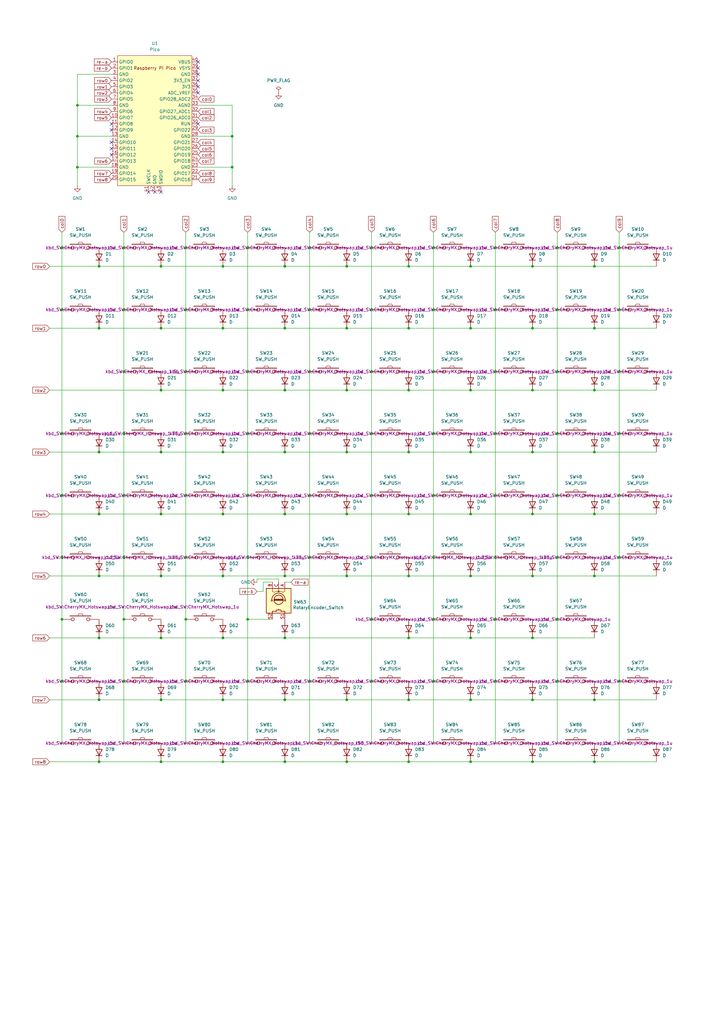
<source format=kicad_sch>
(kicad_sch (version 20231120) (generator "eeschema") (generator_version "8.0")
  (paper "A3" portrait)
  (junction (at 243.84 312.42))
  (junction (at 228.6 127))
  (junction (at 127 203.2))
  (junction (at 254 152.4))
  (junction (at 218.44 210.82))
  (junction (at 91.44 261.62))
  (junction (at 193.04 109.22))
  (junction (at 243.84 109.22))
  (junction (at 142.24 160.02))
  (junction (at 101.6 228.6))
  (junction (at 142.24 134.62))
  (junction (at 193.04 160.02))
  (junction (at 127 152.4))
  (junction (at 50.8 203.2))
  (junction (at 127 279.4))
  (junction (at 167.64 109.22))
  (junction (at 101.6 203.2))
  (junction (at 25.4 177.8))
  (junction (at 91.44 287.02))
  (junction (at 254 127))
  (junction (at 95.25 55.88))
  (junction (at 152.4 152.4))
  (junction (at 167.64 210.82))
  (junction (at 50.8 101.6))
  (junction (at 177.8 254))
  (junction (at 152.4 254))
  (junction (at 127 101.6))
  (junction (at 101.6 101.6))
  (junction (at 76.2 203.2))
  (junction (at 142.24 312.42))
  (junction (at 76.2 152.4))
  (junction (at 127 228.6))
  (junction (at 218.44 134.62))
  (junction (at 203.2 228.6))
  (junction (at 95.25 68.58))
  (junction (at 91.44 134.62))
  (junction (at 203.2 127))
  (junction (at 254 101.6))
  (junction (at 91.44 109.22))
  (junction (at 228.6 228.6))
  (junction (at 66.04 236.22))
  (junction (at 76.2 127))
  (junction (at 152.4 203.2))
  (junction (at 40.64 134.62))
  (junction (at 218.44 312.42))
  (junction (at 91.44 210.82))
  (junction (at 116.84 287.02))
  (junction (at 116.84 185.42))
  (junction (at 243.84 160.02))
  (junction (at 91.44 185.42))
  (junction (at 66.04 185.42))
  (junction (at 228.6 203.2))
  (junction (at 116.84 109.22))
  (junction (at 66.04 287.02))
  (junction (at 177.8 101.6))
  (junction (at 50.8 152.4))
  (junction (at 101.6 177.8))
  (junction (at 193.04 134.62))
  (junction (at 228.6 254))
  (junction (at 76.2 254))
  (junction (at 203.2 101.6))
  (junction (at 116.84 236.22))
  (junction (at 40.64 185.42))
  (junction (at 66.04 109.22))
  (junction (at 152.4 101.6))
  (junction (at 40.64 210.82))
  (junction (at 254 228.6))
  (junction (at 152.4 228.6))
  (junction (at 218.44 160.02))
  (junction (at 66.04 312.42))
  (junction (at 50.8 177.8))
  (junction (at 116.84 261.62))
  (junction (at 40.64 109.22))
  (junction (at 228.6 152.4))
  (junction (at 31.75 68.58))
  (junction (at 101.6 279.4))
  (junction (at 218.44 236.22))
  (junction (at 228.6 177.8))
  (junction (at 50.8 254))
  (junction (at 218.44 287.02))
  (junction (at 142.24 185.42))
  (junction (at 228.6 279.4))
  (junction (at 101.6 254))
  (junction (at 40.64 287.02))
  (junction (at 25.4 127))
  (junction (at 167.64 261.62))
  (junction (at 50.8 279.4))
  (junction (at 101.6 127))
  (junction (at 142.24 236.22))
  (junction (at 66.04 160.02))
  (junction (at 167.64 134.62))
  (junction (at 116.84 134.62))
  (junction (at 203.2 203.2))
  (junction (at 177.8 127))
  (junction (at 31.75 43.18))
  (junction (at 193.04 236.22))
  (junction (at 25.4 254))
  (junction (at 203.2 177.8))
  (junction (at 243.84 185.42))
  (junction (at 167.64 287.02))
  (junction (at 177.8 228.6))
  (junction (at 40.64 312.42))
  (junction (at 66.04 134.62))
  (junction (at 167.64 312.42))
  (junction (at 91.44 160.02))
  (junction (at 228.6 101.6))
  (junction (at 152.4 279.4))
  (junction (at 193.04 185.42))
  (junction (at 127 127))
  (junction (at 193.04 261.62))
  (junction (at 25.4 279.4))
  (junction (at 127 177.8))
  (junction (at 40.64 236.22))
  (junction (at 76.2 177.8))
  (junction (at 152.4 127))
  (junction (at 254 203.2))
  (junction (at 243.84 287.02))
  (junction (at 177.8 279.4))
  (junction (at 218.44 261.62))
  (junction (at 167.64 185.42))
  (junction (at 31.75 55.88))
  (junction (at 91.44 236.22))
  (junction (at 116.84 160.02))
  (junction (at 76.2 228.6))
  (junction (at 25.4 203.2))
  (junction (at 203.2 279.4))
  (junction (at 177.8 177.8))
  (junction (at 177.8 203.2))
  (junction (at 25.4 228.6))
  (junction (at 25.4 101.6))
  (junction (at 218.44 185.42))
  (junction (at 167.64 160.02))
  (junction (at 193.04 287.02))
  (junction (at 116.84 312.42))
  (junction (at 243.84 210.82))
  (junction (at 91.44 312.42))
  (junction (at 203.2 152.4))
  (junction (at 167.64 236.22))
  (junction (at 243.84 236.22))
  (junction (at 116.84 210.82))
  (junction (at 243.84 134.62))
  (junction (at 203.2 254))
  (junction (at 76.2 101.6))
  (junction (at 254 279.4))
  (junction (at 142.24 210.82))
  (junction (at 142.24 109.22))
  (junction (at 50.8 228.6))
  (junction (at 50.8 127))
  (junction (at 193.04 312.42))
  (junction (at 76.2 279.4))
  (junction (at 218.44 109.22))
  (junction (at 142.24 287.02))
  (junction (at 177.8 152.4))
  (junction (at 66.04 210.82))
  (junction (at 254 177.8))
  (junction (at 152.4 177.8))
  (junction (at 40.64 261.62))
  (junction (at 101.6 152.4))
  (junction (at 193.04 210.82))
  (junction (at 66.04 261.62))
  (no_connect (at 60.96 78.74))
  (no_connect (at 81.28 27.94))
  (no_connect (at 45.72 50.8))
  (no_connect (at 45.72 63.5))
  (no_connect (at 81.28 35.56))
  (no_connect (at 81.28 25.4))
  (no_connect (at 45.72 60.96))
  (no_connect (at 66.04 78.74))
  (no_connect (at 81.28 50.8))
  (no_connect (at 45.72 53.34))
  (no_connect (at 81.28 33.02))
  (no_connect (at 45.72 58.42))
  (no_connect (at 63.5 78.74))
  (no_connect (at 81.28 38.1))
  (no_connect (at 81.28 30.48))
  (wire (pts (xy 50.8 254) (xy 50.8 279.4)))
  (wire (pts (xy 25.4 95.25) (xy 25.4 101.6)))
  (wire (pts (xy 20.32 160.02) (xy 66.04 160.02)))
  (wire (pts (xy 193.04 109.22) (xy 218.44 109.22)))
  (wire (pts (xy 254 152.4) (xy 254 177.8)))
  (wire (pts (xy 25.4 228.6) (xy 25.4 254)))
  (wire (pts (xy 45.72 68.58) (xy 31.75 68.58)))
  (wire (pts (xy 91.44 134.62) (xy 116.84 134.62)))
  (wire (pts (xy 50.8 177.8) (xy 50.8 203.2)))
  (wire (pts (xy 177.8 177.8) (xy 177.8 203.2)))
  (wire (pts (xy 76.2 203.2) (xy 76.2 228.6)))
  (wire (pts (xy 142.24 185.42) (xy 167.64 185.42)))
  (wire (pts (xy 193.04 236.22) (xy 218.44 236.22)))
  (wire (pts (xy 218.44 134.62) (xy 243.84 134.62)))
  (wire (pts (xy 152.4 203.2) (xy 152.4 228.6)))
  (wire (pts (xy 228.6 203.2) (xy 228.6 228.6)))
  (wire (pts (xy 254 228.6) (xy 254 279.4)))
  (wire (pts (xy 254 177.8) (xy 254 203.2)))
  (wire (pts (xy 40.64 185.42) (xy 66.04 185.42)))
  (wire (pts (xy 31.75 68.58) (xy 31.75 76.2)))
  (wire (pts (xy 152.4 152.4) (xy 152.4 177.8)))
  (wire (pts (xy 105.41 237.49) (xy 105.41 238.76)))
  (wire (pts (xy 50.8 279.4) (xy 50.8 304.8)))
  (wire (pts (xy 142.24 160.02) (xy 167.64 160.02)))
  (wire (pts (xy 101.6 203.2) (xy 101.6 228.6)))
  (wire (pts (xy 228.6 152.4) (xy 228.6 177.8)))
  (wire (pts (xy 127 95.25) (xy 127 101.6)))
  (wire (pts (xy 193.04 185.42) (xy 218.44 185.42)))
  (wire (pts (xy 203.2 127) (xy 203.2 152.4)))
  (wire (pts (xy 167.64 312.42) (xy 193.04 312.42)))
  (wire (pts (xy 116.84 287.02) (xy 142.24 287.02)))
  (wire (pts (xy 142.24 236.22) (xy 167.64 236.22)))
  (wire (pts (xy 66.04 185.42) (xy 91.44 185.42)))
  (wire (pts (xy 50.8 203.2) (xy 50.8 228.6)))
  (wire (pts (xy 91.44 160.02) (xy 116.84 160.02)))
  (wire (pts (xy 254 279.4) (xy 254 304.8)))
  (wire (pts (xy 218.44 185.42) (xy 243.84 185.42)))
  (wire (pts (xy 243.84 109.22) (xy 269.24 109.22)))
  (wire (pts (xy 116.84 134.62) (xy 142.24 134.62)))
  (wire (pts (xy 116.84 160.02) (xy 142.24 160.02)))
  (wire (pts (xy 177.8 101.6) (xy 177.8 127)))
  (wire (pts (xy 228.6 177.8) (xy 228.6 203.2)))
  (wire (pts (xy 25.4 254) (xy 25.4 279.4)))
  (wire (pts (xy 152.4 254) (xy 152.4 279.4)))
  (wire (pts (xy 101.6 228.6) (xy 101.6 254)))
  (wire (pts (xy 20.32 312.42) (xy 40.64 312.42)))
  (wire (pts (xy 167.64 261.62) (xy 193.04 261.62)))
  (wire (pts (xy 50.8 101.6) (xy 50.8 127)))
  (wire (pts (xy 193.04 134.62) (xy 218.44 134.62)))
  (wire (pts (xy 127 127) (xy 127 152.4)))
  (wire (pts (xy 76.2 95.25) (xy 76.2 101.6)))
  (wire (pts (xy 76.2 177.8) (xy 76.2 203.2)))
  (wire (pts (xy 91.44 312.42) (xy 116.84 312.42)))
  (wire (pts (xy 254 203.2) (xy 254 228.6)))
  (wire (pts (xy 228.6 254) (xy 228.6 279.4)))
  (wire (pts (xy 66.04 210.82) (xy 91.44 210.82)))
  (wire (pts (xy 142.24 109.22) (xy 167.64 109.22)))
  (wire (pts (xy 167.64 134.62) (xy 193.04 134.62)))
  (wire (pts (xy 76.2 228.6) (xy 76.2 254)))
  (wire (pts (xy 167.64 160.02) (xy 193.04 160.02)))
  (wire (pts (xy 45.72 55.88) (xy 31.75 55.88)))
  (wire (pts (xy 31.75 30.48) (xy 31.75 43.18)))
  (wire (pts (xy 91.44 287.02) (xy 116.84 287.02)))
  (wire (pts (xy 142.24 312.42) (xy 167.64 312.42)))
  (wire (pts (xy 152.4 177.8) (xy 152.4 203.2)))
  (wire (pts (xy 177.8 228.6) (xy 177.8 254)))
  (wire (pts (xy 127 152.4) (xy 127 177.8)))
  (wire (pts (xy 218.44 109.22) (xy 243.84 109.22)))
  (wire (pts (xy 40.64 287.02) (xy 66.04 287.02)))
  (wire (pts (xy 203.2 177.8) (xy 203.2 203.2)))
  (wire (pts (xy 76.2 127) (xy 76.2 152.4)))
  (wire (pts (xy 40.64 134.62) (xy 66.04 134.62)))
  (wire (pts (xy 228.6 95.25) (xy 228.6 101.6)))
  (wire (pts (xy 20.32 109.22) (xy 40.64 109.22)))
  (wire (pts (xy 31.75 43.18) (xy 31.75 55.88)))
  (wire (pts (xy 40.64 261.62) (xy 66.04 261.62)))
  (wire (pts (xy 127 228.6) (xy 127 279.4)))
  (wire (pts (xy 50.8 95.25) (xy 50.8 101.6)))
  (wire (pts (xy 50.8 228.6) (xy 50.8 254)))
  (wire (pts (xy 228.6 101.6) (xy 228.6 127)))
  (wire (pts (xy 152.4 127) (xy 152.4 152.4)))
  (wire (pts (xy 127 279.4) (xy 127 304.8)))
  (wire (pts (xy 25.4 279.4) (xy 25.4 304.8)))
  (wire (pts (xy 177.8 279.4) (xy 177.8 304.8)))
  (wire (pts (xy 111.76 238.76) (xy 107.95 238.76)))
  (wire (pts (xy 254 127) (xy 254 152.4)))
  (wire (pts (xy 50.8 152.4) (xy 50.8 177.8)))
  (wire (pts (xy 193.04 210.82) (xy 218.44 210.82)))
  (wire (pts (xy 203.2 228.6) (xy 203.2 254)))
  (wire (pts (xy 218.44 261.62) (xy 243.84 261.62)))
  (wire (pts (xy 177.8 203.2) (xy 177.8 228.6)))
  (wire (pts (xy 20.32 236.22) (xy 40.64 236.22)))
  (wire (pts (xy 193.04 287.02) (xy 218.44 287.02)))
  (wire (pts (xy 228.6 279.4) (xy 228.6 304.8)))
  (wire (pts (xy 45.72 43.18) (xy 31.75 43.18)))
  (wire (pts (xy 203.2 279.4) (xy 203.2 304.8)))
  (wire (pts (xy 114.3 238.76) (xy 114.3 237.49)))
  (wire (pts (xy 76.2 152.4) (xy 76.2 177.8)))
  (wire (pts (xy 116.84 312.42) (xy 142.24 312.42)))
  (wire (pts (xy 20.32 261.62) (xy 40.64 261.62)))
  (wire (pts (xy 91.44 109.22) (xy 116.84 109.22)))
  (wire (pts (xy 101.6 101.6) (xy 101.6 127)))
  (wire (pts (xy 66.04 134.62) (xy 91.44 134.62)))
  (wire (pts (xy 50.8 127) (xy 50.8 152.4)))
  (wire (pts (xy 66.04 160.02) (xy 91.44 160.02)))
  (wire (pts (xy 66.04 312.42) (xy 91.44 312.42)))
  (wire (pts (xy 40.64 109.22) (xy 66.04 109.22)))
  (wire (pts (xy 101.6 152.4) (xy 101.6 177.8)))
  (wire (pts (xy 25.4 127) (xy 25.4 177.8)))
  (wire (pts (xy 116.84 238.76) (xy 119.38 238.76)))
  (wire (pts (xy 142.24 287.02) (xy 167.64 287.02)))
  (wire (pts (xy 243.84 287.02) (xy 269.24 287.02)))
  (wire (pts (xy 91.44 261.62) (xy 116.84 261.62)))
  (wire (pts (xy 45.72 30.48) (xy 31.75 30.48)))
  (wire (pts (xy 20.32 287.02) (xy 40.64 287.02)))
  (wire (pts (xy 114.3 237.49) (xy 105.41 237.49)))
  (wire (pts (xy 25.4 101.6) (xy 25.4 127)))
  (wire (pts (xy 228.6 228.6) (xy 228.6 254)))
  (wire (pts (xy 76.2 101.6) (xy 76.2 127)))
  (wire (pts (xy 40.64 236.22) (xy 66.04 236.22)))
  (wire (pts (xy 116.84 185.42) (xy 142.24 185.42)))
  (wire (pts (xy 228.6 127) (xy 228.6 152.4)))
  (wire (pts (xy 243.84 312.42) (xy 269.24 312.42)))
  (wire (pts (xy 203.2 101.6) (xy 203.2 127)))
  (wire (pts (xy 142.24 134.62) (xy 167.64 134.62)))
  (wire (pts (xy 177.8 254) (xy 177.8 279.4)))
  (wire (pts (xy 167.64 109.22) (xy 193.04 109.22)))
  (wire (pts (xy 203.2 152.4) (xy 203.2 177.8)))
  (wire (pts (xy 66.04 261.62) (xy 91.44 261.62)))
  (wire (pts (xy 76.2 254) (xy 76.2 279.4)))
  (wire (pts (xy 101.6 254) (xy 111.76 254)))
  (wire (pts (xy 95.25 55.88) (xy 95.25 68.58)))
  (wire (pts (xy 218.44 210.82) (xy 243.84 210.82)))
  (wire (pts (xy 25.4 203.2) (xy 25.4 228.6)))
  (wire (pts (xy 95.25 43.18) (xy 95.25 55.88)))
  (wire (pts (xy 20.32 185.42) (xy 40.64 185.42)))
  (wire (pts (xy 127 177.8) (xy 127 203.2)))
  (wire (pts (xy 76.2 279.4) (xy 76.2 304.8)))
  (wire (pts (xy 142.24 210.82) (xy 167.64 210.82)))
  (wire (pts (xy 40.64 312.42) (xy 66.04 312.42)))
  (wire (pts (xy 177.8 127) (xy 177.8 152.4)))
  (wire (pts (xy 152.4 228.6) (xy 152.4 254)))
  (wire (pts (xy 91.44 210.82) (xy 116.84 210.82)))
  (wire (pts (xy 40.64 210.82) (xy 66.04 210.82)))
  (wire (pts (xy 20.32 210.82) (xy 40.64 210.82)))
  (wire (pts (xy 177.8 95.25) (xy 177.8 101.6)))
  (wire (pts (xy 91.44 236.22) (xy 116.84 236.22)))
  (wire (pts (xy 116.84 210.82) (xy 142.24 210.82)))
  (wire (pts (xy 101.6 279.4) (xy 101.6 304.8)))
  (wire (pts (xy 81.28 68.58) (xy 95.25 68.58)))
  (wire (pts (xy 107.95 242.57) (xy 105.41 242.57)))
  (wire (pts (xy 193.04 160.02) (xy 218.44 160.02)))
  (wire (pts (xy 101.6 95.25) (xy 101.6 101.6)))
  (wire (pts (xy 127 101.6) (xy 127 127)))
  (wire (pts (xy 218.44 312.42) (xy 243.84 312.42)))
  (wire (pts (xy 101.6 177.8) (xy 101.6 203.2)))
  (wire (pts (xy 218.44 160.02) (xy 243.84 160.02)))
  (wire (pts (xy 218.44 236.22) (xy 243.84 236.22)))
  (wire (pts (xy 66.04 287.02) (xy 91.44 287.02)))
  (wire (pts (xy 20.32 134.62) (xy 40.64 134.62)))
  (wire (pts (xy 243.84 236.22) (xy 269.24 236.22)))
  (wire (pts (xy 254 95.25) (xy 254 101.6)))
  (wire (pts (xy 95.25 68.58) (xy 95.25 76.2)))
  (wire (pts (xy 66.04 109.22) (xy 91.44 109.22)))
  (wire (pts (xy 116.84 236.22) (xy 142.24 236.22)))
  (wire (pts (xy 116.84 261.62) (xy 167.64 261.62)))
  (wire (pts (xy 81.28 43.18) (xy 95.25 43.18)))
  (wire (pts (xy 116.84 109.22) (xy 142.24 109.22)))
  (wire (pts (xy 167.64 185.42) (xy 193.04 185.42)))
  (wire (pts (xy 243.84 160.02) (xy 269.24 160.02)))
  (wire (pts (xy 152.4 101.6) (xy 152.4 127)))
  (wire (pts (xy 152.4 95.25) (xy 152.4 101.6)))
  (wire (pts (xy 107.95 238.76) (xy 107.95 242.57)))
  (wire (pts (xy 218.44 287.02) (xy 243.84 287.02)))
  (wire (pts (xy 167.64 236.22) (xy 193.04 236.22)))
  (wire (pts (xy 25.4 177.8) (xy 25.4 203.2)))
  (wire (pts (xy 91.44 185.42) (xy 116.84 185.42)))
  (wire (pts (xy 243.84 185.42) (xy 269.24 185.42)))
  (wire (pts (xy 254 101.6) (xy 254 127)))
  (wire (pts (xy 193.04 261.62) (xy 218.44 261.62)))
  (wire (pts (xy 167.64 210.82) (xy 193.04 210.82)))
  (wire (pts (xy 203.2 254) (xy 203.2 279.4)))
  (wire (pts (xy 81.28 55.88) (xy 95.25 55.88)))
  (wire (pts (xy 243.84 134.62) (xy 269.24 134.62)))
  (wire (pts (xy 66.04 236.22) (xy 91.44 236.22)))
  (wire (pts (xy 193.04 312.42) (xy 218.44 312.42)))
  (wire (pts (xy 31.75 55.88) (xy 31.75 68.58)))
  (wire (pts (xy 203.2 95.25) (xy 203.2 101.6)))
  (wire (pts (xy 101.6 254) (xy 101.6 279.4)))
  (wire (pts (xy 127 203.2) (xy 127 228.6)))
  (wire (pts (xy 177.8 152.4) (xy 177.8 177.8)))
  (wire (pts (xy 101.6 127) (xy 101.6 152.4)))
  (wire (pts (xy 203.2 203.2) (xy 203.2 228.6)))
  (wire (pts (xy 167.64 287.02) (xy 193.04 287.02)))
  (wire (pts (xy 243.84 210.82) (xy 269.24 210.82)))
  (wire (pts (xy 152.4 279.4) (xy 152.4 304.8)))
  (global_label "row3" (shape input) (at 20.32 185.42 180) (property "Intersheetrefs" "${INTERSHEET_REFS}" (effects (hide yes))))
  (global_label "row1" (shape input) (at 20.32 134.62 180) (property "Intersheetrefs" "${INTERSHEET_REFS}" (effects (hide yes))))
  (global_label "row4" (shape input) (at 45.72 45.72 180) (property "Intersheetrefs" "${INTERSHEET_REFS}" (effects (hide yes))))
  (global_label "col0" (shape input) (at 25.4 95.25 90) (property "Intersheetrefs" "${INTERSHEET_REFS}" (effects (hide yes))))
  (global_label "col6" (shape input) (at 177.8 95.25 90) (property "Intersheetrefs" "${INTERSHEET_REFS}" (effects (hide yes))))
  (global_label "row5" (shape input) (at 45.72 48.26 180) (property "Intersheetrefs" "${INTERSHEET_REFS}" (effects (hide yes))))
  (global_label "col5" (shape input) (at 81.28 60.96 0) (property "Intersheetrefs" "${INTERSHEET_REFS}" (effects (hide yes))))
  (global_label "row4" (shape input) (at 20.32 210.82 180) (property "Intersheetrefs" "${INTERSHEET_REFS}" (effects (hide yes))))
  (global_label "row1" (shape input) (at 45.72 35.56 180) (property "Intersheetrefs" "${INTERSHEET_REFS}" (effects (hide yes))))
  (global_label "row8" (shape input) (at 45.72 73.66 180) (property "Intersheetrefs" "${INTERSHEET_REFS}" (effects (hide yes))))
  (global_label "col9" (shape input) (at 254 95.25 90) (property "Intersheetrefs" "${INTERSHEET_REFS}" (effects (hide yes))))
  (global_label "row7" (shape input) (at 20.32 287.02 180) (property "Intersheetrefs" "${INTERSHEET_REFS}" (effects (hide yes))))
  (global_label "row8" (shape input) (at 20.32 312.42 180) (property "Intersheetrefs" "${INTERSHEET_REFS}" (effects (hide yes))))
  (global_label "row7" (shape input) (at 45.72 71.12 180) (property "Intersheetrefs" "${INTERSHEET_REFS}" (effects (hide yes))))
  (global_label "row2" (shape input) (at 45.72 38.1 180) (property "Intersheetrefs" "${INTERSHEET_REFS}" (effects (hide yes))))
  (global_label "col7" (shape input) (at 81.28 66.04 0) (property "Intersheetrefs" "${INTERSHEET_REFS}" (effects (hide yes))))
  (global_label "col3" (shape input) (at 81.28 53.34 0) (property "Intersheetrefs" "${INTERSHEET_REFS}" (effects (hide yes))))
  (global_label "col2" (shape input) (at 81.28 48.26 0) (property "Intersheetrefs" "${INTERSHEET_REFS}" (effects (hide yes))))
  (global_label "re-a" (shape input) (at 119.38 238.76 0) (property "Intersheetrefs" "${INTERSHEET_REFS}" (effects (hide yes))))
  (global_label "row6" (shape input) (at 20.32 261.62 180) (property "Intersheetrefs" "${INTERSHEET_REFS}" (effects (hide yes))))
  (global_label "col2" (shape input) (at 76.2 95.25 90) (property "Intersheetrefs" "${INTERSHEET_REFS}" (effects (hide yes))))
  (global_label "row3" (shape input) (at 45.72 40.64 180) (property "Intersheetrefs" "${INTERSHEET_REFS}" (effects (hide yes))))
  (global_label "col4" (shape input) (at 81.28 58.42 0) (property "Intersheetrefs" "${INTERSHEET_REFS}" (effects (hide yes))))
  (global_label "re-b" (shape input) (at 45.72 27.94 180) (property "Intersheetrefs" "${INTERSHEET_REFS}" (effects (hide yes))))
  (global_label "col0" (shape input) (at 81.28 40.64 0) (property "Intersheetrefs" "${INTERSHEET_REFS}" (effects (hide yes))))
  (global_label "col1" (shape input) (at 50.8 95.25 90) (property "Intersheetrefs" "${INTERSHEET_REFS}" (effects (hide yes))))
  (global_label "col1" (shape input) (at 81.28 45.72 0) (property "Intersheetrefs" "${INTERSHEET_REFS}" (effects (hide yes))))
  (global_label "col6" (shape input) (at 81.28 63.5 0) (property "Intersheetrefs" "${INTERSHEET_REFS}" (effects (hide yes))))
  (global_label "re-a" (shape input) (at 45.72 25.4 180) (property "Intersheetrefs" "${INTERSHEET_REFS}" (effects (hide yes))))
  (global_label "row2" (shape input) (at 20.32 160.02 180) (property "Intersheetrefs" "${INTERSHEET_REFS}" (effects (hide yes))))
  (global_label "row0" (shape input) (at 20.32 109.22 180) (property "Intersheetrefs" "${INTERSHEET_REFS}" (effects (hide yes))))
  (global_label "col7" (shape input) (at 203.2 95.25 90) (property "Intersheetrefs" "${INTERSHEET_REFS}" (effects (hide yes))))
  (global_label "col8" (shape input) (at 81.28 71.12 0) (property "Intersheetrefs" "${INTERSHEET_REFS}" (effects (hide yes))))
  (global_label "re-b" (shape input) (at 105.41 242.57 180) (property "Intersheetrefs" "${INTERSHEET_REFS}" (effects (hide yes))))
  (global_label "col5" (shape input) (at 152.4 95.25 90) (property "Intersheetrefs" "${INTERSHEET_REFS}" (effects (hide yes))))
  (global_label "row5" (shape input) (at 20.32 236.22 180) (property "Intersheetrefs" "${INTERSHEET_REFS}" (effects (hide yes))))
  (global_label "col3" (shape input) (at 101.6 95.25 90) (property "Intersheetrefs" "${INTERSHEET_REFS}" (effects (hide yes))))
  (global_label "row0" (shape input) (at 45.72 33.02 180) (property "Intersheetrefs" "${INTERSHEET_REFS}" (effects (hide yes))))
  (global_label "row6" (shape input) (at 45.72 66.04 180) (property "Intersheetrefs" "${INTERSHEET_REFS}" (effects (hide yes))))
  (global_label "col8" (shape input) (at 228.6 95.25 90) (property "Intersheetrefs" "${INTERSHEET_REFS}" (effects (hide yes))))
  (global_label "col4" (shape input) (at 127 95.25 90) (property "Intersheetrefs" "${INTERSHEET_REFS}" (effects (hide yes))))
  (global_label "col9" (shape input) (at 81.28 73.66 0) (property "Intersheetrefs" "${INTERSHEET_REFS}" (effects (hide yes))))
  (symbol (lib_id "Device:D") (at 66.04 207.01 90) (unit 1)
    (property "Reference" "D41" (at 68.58 205.7399 90) (effects (justify right)))
    (property "Value" "D" (at 68.58 208.2799 90) (effects (justify right)))
    (property "Footprint" "kbd_Parts:Diode_TH" (effects (hide yes)))
    (property "Description" "Diode" (effects (hide yes)))
    (property "Sim.Device" "D" (effects (hide yes)))
    (property "Sim.Pins" "1=K 2=A" (effects (hide yes)))
  )
  (symbol (lib_id "Device:D") (at 91.44 257.81 90) (unit 1)
    (property "Reference" "D62" (at 93.98 256.5399 90) (effects (justify right)))
    (property "Value" "D" (at 93.98 259.0799 90) (effects (justify right)))
    (property "Footprint" "kbd_Parts:Diode_TH" (effects (hide yes)))
    (property "Description" "Diode" (effects (hide yes)))
    (property "Sim.Device" "D" (effects (hide yes)))
    (property "Sim.Pins" "1=K 2=A" (effects (hide yes)))
  )
  (symbol (lib_id "Device:D") (at 66.04 181.61 90) (unit 1)
    (property "Reference" "D31" (at 68.58 180.3399 90) (effects (justify right)))
    (property "Value" "D" (at 68.58 182.8799 90) (effects (justify right)))
    (property "Footprint" "kbd_Parts:Diode_TH" (effects (hide yes)))
    (property "Description" "Diode" (effects (hide yes)))
    (property "Sim.Device" "D" (effects (hide yes)))
    (property "Sim.Pins" "1=K 2=A" (effects (hide yes)))
  )
  (symbol (lib_id "kbd:SW_PUSH") (at 109.22 177.8 0) (unit 1)
    (property "Reference" "SW33" (at 109.22 170.18 0))
    (property "Value" "SW_PUSH" (at 109.22 172.72 0))
    (property "Footprint" "kbd_SW:CherryMX_Hotswap_1u" (at 109.22 177.8 0))
  )
  (symbol (lib_id "Device:D") (at 218.44 156.21 90) (unit 1)
    (property "Reference" "D27" (at 220.98 154.9399 90) (effects (justify right)))
    (property "Value" "D" (at 220.98 157.4799 90) (effects (justify right)))
    (property "Footprint" "kbd_Parts:Diode_TH" (effects (hide yes)))
    (property "Description" "Diode" (effects (hide yes)))
    (property "Sim.Device" "D" (effects (hide yes)))
    (property "Sim.Pins" "1=K 2=A" (effects (hide yes)))
  )
  (symbol (lib_id "kbd:SW_PUSH") (at 58.42 127 0) (unit 1)
    (property "Reference" "SW12" (at 58.42 119.38 0))
    (property "Value" "SW_PUSH" (at 58.42 121.92 0))
    (property "Footprint" "kbd_SW:CherryMX_Hotswap_1u" (at 58.42 127 0))
  )
  (symbol (lib_id "power:GND") (at 105.41 238.76 270) (unit 1)
    (property "Reference" "#PWR04" (effects (hide yes)))
    (property "Value" "GND" (at 102.87 238.7599 90) (effects (justify right)))
    (property "Description" "Power symbol creates a global label with name \"GND\" , ground" (effects (hide yes)))
  )
  (symbol (lib_id "Device:D") (at 193.04 207.01 90) (unit 1)
    (property "Reference" "D46" (at 195.58 205.7399 90) (effects (justify right)))
    (property "Value" "D" (at 195.58 208.2799 90) (effects (justify right)))
    (property "Footprint" "kbd_Parts:Diode_TH" (effects (hide yes)))
    (property "Description" "Diode" (effects (hide yes)))
    (property "Sim.Device" "D" (effects (hide yes)))
    (property "Sim.Pins" "1=K 2=A" (effects (hide yes)))
  )
  (symbol (lib_id "kbd:SW_PUSH") (at 160.02 203.2 0) (unit 1)
    (property "Reference" "SW45" (at 160.02 195.58 0))
    (property "Value" "SW_PUSH" (at 160.02 198.12 0))
    (property "Footprint" "kbd_SW:CherryMX_Hotswap_1u" (at 160.02 203.2 0))
  )
  (symbol (lib_id "kbd:SW_PUSH") (at 261.62 177.8 0) (unit 1)
    (property "Reference" "SW39" (at 261.62 170.18 0))
    (property "Value" "SW_PUSH" (at 261.62 172.72 0))
    (property "Footprint" "kbd_SW:CherryMX_Hotswap_1u" (at 261.62 177.8 0))
  )
  (symbol (lib_id "kbd:SW_PUSH") (at 83.82 228.6 0) (unit 1)
    (property "Reference" "SW52" (at 83.82 220.98 0))
    (property "Value" "SW_PUSH" (at 83.82 223.52 0))
    (property "Footprint" "kbd_SW:CherryMX_Hotswap_1u" (at 83.82 228.6 0))
  )
  (symbol (lib_id "kbd:SW_PUSH") (at 261.62 279.4 0) (unit 1)
    (property "Reference" "SW77" (at 261.62 271.78 0))
    (property "Value" "SW_PUSH" (at 261.62 274.32 0))
    (property "Footprint" "kbd_SW:CherryMX_Hotswap_1u" (at 261.62 279.4 0))
  )
  (symbol (lib_id "Device:RotaryEncoder_Switch") (at 114.3 246.38 270) (unit 1)
    (property "Reference" "SW63" (at 120.396 246.888 90) (effects (justify left)))
    (property "Value" "RotaryEncoder_Switch" (at 120.142 249.174 90) (effects (justify left)))
    (property "Footprint" "kbd_Parts:RotaryEncoder_EC12E" (effects (hide yes)))
    (property "Description" "Rotary encoder, dual channel, incremental quadrate outputs, with switch" (effects (hide yes)))
  )
  (symbol (lib_id "kbd:SW_PUSH") (at 83.82 127 0) (unit 1)
    (property "Reference" "SW13" (at 83.82 119.38 0))
    (property "Value" "SW_PUSH" (at 83.82 121.92 0))
    (property "Footprint" "kbd_SW:CherryMX_Hotswap_1u" (at 83.82 127 0))
  )
  (symbol (lib_id "Device:D") (at 91.44 156.21 90) (unit 1)
    (property "Reference" "D22" (at 93.98 154.9399 90) (effects (justify right)))
    (property "Value" "D" (at 93.98 157.4799 90) (effects (justify right)))
    (property "Footprint" "kbd_Parts:Diode_TH" (effects (hide yes)))
    (property "Description" "Diode" (effects (hide yes)))
    (property "Sim.Device" "D" (effects (hide yes)))
    (property "Sim.Pins" "1=K 2=A" (effects (hide yes)))
  )
  (symbol (lib_id "kbd:SW_PUSH") (at 261.62 152.4 0) (unit 1)
    (property "Reference" "SW29" (at 261.62 144.78 0))
    (property "Value" "SW_PUSH" (at 261.62 147.32 0))
    (property "Footprint" "kbd_SW:CherryMX_Hotswap_1u" (at 261.62 152.4 0))
  )
  (symbol (lib_id "Device:D") (at 167.64 308.61 90) (unit 1)
    (property "Reference" "D83" (at 170.18 307.3399 90) (effects (justify right)))
    (property "Value" "D" (at 170.18 309.8799 90) (effects (justify right)))
    (property "Footprint" "kbd_Parts:Diode_TH" (effects (hide yes)))
    (property "Description" "Diode" (effects (hide yes)))
    (property "Sim.Device" "D" (effects (hide yes)))
    (property "Sim.Pins" "1=K 2=A" (effects (hide yes)))
  )
  (symbol (lib_id "Device:D") (at 40.64 232.41 90) (unit 1)
    (property "Reference" "D50" (at 43.18 231.1399 90) (effects (justify right)))
    (property "Value" "D" (at 43.18 233.6799 90) (effects (justify right)))
    (property "Footprint" "kbd_Parts:Diode_TH" (effects (hide yes)))
    (property "Description" "Diode" (effects (hide yes)))
    (property "Sim.Device" "D" (effects (hide yes)))
    (property "Sim.Pins" "1=K 2=A" (effects (hide yes)))
  )
  (symbol (lib_id "kbd:SW_PUSH") (at 160.02 127 0) (unit 1)
    (property "Reference" "SW16" (at 160.02 119.38 0))
    (property "Value" "SW_PUSH" (at 160.02 121.92 0))
    (property "Footprint" "kbd_SW:CherryMX_Hotswap_1u" (at 160.02 127 0))
  )
  (symbol (lib_id "Device:D") (at 91.44 130.81 90) (unit 1)
    (property "Reference" "D13" (at 93.98 129.5399 90) (effects (justify right)))
    (property "Value" "D" (at 93.98 132.0799 90) (effects (justify right)))
    (property "Footprint" "kbd_Parts:Diode_TH" (effects (hide yes)))
    (property "Description" "Diode" (effects (hide yes)))
    (property "Sim.Device" "D" (effects (hide yes)))
    (property "Sim.Pins" "1=K 2=A" (effects (hide yes)))
  )
  (symbol (lib_id "kbd:SW_PUSH") (at 83.82 203.2 0) (unit 1)
    (property "Reference" "SW42" (at 83.82 195.58 0))
    (property "Value" "SW_PUSH" (at 83.82 198.12 0))
    (property "Footprint" "kbd_SW:CherryMX_Hotswap_1u" (at 83.82 203.2 0))
  )
  (symbol (lib_id "kbd:SW_PUSH") (at 210.82 177.8 0) (unit 1)
    (property "Reference" "SW37" (at 210.82 170.18 0))
    (property "Value" "SW_PUSH" (at 210.82 172.72 0))
    (property "Footprint" "kbd_SW:CherryMX_Hotswap_1u" (at 210.82 177.8 0))
  )
  (symbol (lib_id "Device:D") (at 142.24 156.21 90) (unit 1)
    (property "Reference" "D24" (at 144.78 154.9399 90) (effects (justify right)))
    (property "Value" "D" (at 144.78 157.4799 90) (effects (justify right)))
    (property "Footprint" "kbd_Parts:Diode_TH" (effects (hide yes)))
    (property "Description" "Diode" (effects (hide yes)))
    (property "Sim.Device" "D" (effects (hide yes)))
    (property "Sim.Pins" "1=K 2=A" (effects (hide yes)))
  )
  (symbol (lib_id "kbd:SW_PUSH") (at 210.82 101.6 0) (unit 1)
    (property "Reference" "SW8" (at 210.82 93.98 0))
    (property "Value" "SW_PUSH" (at 210.82 96.52 0))
    (property "Footprint" "kbd_SW:CherryMX_Hotswap_1u" (at 210.82 101.6 0))
  )
  (symbol (lib_id "kbd:SW_PUSH") (at 160.02 279.4 0) (unit 1)
    (property "Reference" "SW73" (at 160.02 271.78 0))
    (property "Value" "SW_PUSH" (at 160.02 274.32 0))
    (property "Footprint" "kbd_SW:CherryMX_Hotswap_1u" (at 160.02 279.4 0))
  )
  (symbol (lib_id "kbd:SW_PUSH") (at 134.62 228.6 0) (unit 1)
    (property "Reference" "SW54" (at 134.62 220.98 0))
    (property "Value" "SW_PUSH" (at 134.62 223.52 0))
    (property "Footprint" "kbd_SW:CherryMX_Hotswap_1u" (at 134.62 228.6 0))
  )
  (symbol (lib_id "Device:D") (at 66.04 283.21 90) (unit 1)
    (property "Reference" "D69" (at 68.58 281.9399 90) (effects (justify right)))
    (property "Value" "D" (at 68.58 284.4799 90) (effects (justify right)))
    (property "Footprint" "kbd_Parts:Diode_TH" (effects (hide yes)))
    (property "Description" "Diode" (effects (hide yes)))
    (property "Sim.Device" "D" (effects (hide yes)))
    (property "Sim.Pins" "1=K 2=A" (effects (hide yes)))
  )
  (symbol (lib_id "Device:D") (at 269.24 207.01 90) (unit 1)
    (property "Reference" "D49" (at 271.78 205.7399 90) (effects (justify right)))
    (property "Value" "D" (at 271.78 208.2799 90) (effects (justify right)))
    (property "Footprint" "kbd_Parts:Diode_TH" (effects (hide yes)))
    (property "Description" "Diode" (effects (hide yes)))
    (property "Sim.Device" "D" (effects (hide yes)))
    (property "Sim.Pins" "1=K 2=A" (effects (hide yes)))
  )
  (symbol (lib_id "power:GND") (at 31.75 76.2 0) (unit 1)
    (property "Reference" "#PWR02" (effects (hide yes)))
    (property "Value" "GND" (at 31.75 81.28 0))
    (property "Description" "Power symbol creates a global label with name \"GND\" , ground" (effects (hide yes)))
  )
  (symbol (lib_id "Device:D") (at 142.24 207.01 90) (unit 1)
    (property "Reference" "D44" (at 144.78 205.7399 90) (effects (justify right)))
    (property "Value" "D" (at 144.78 208.2799 90) (effects (justify right)))
    (property "Footprint" "kbd_Parts:Diode_TH" (effects (hide yes)))
    (property "Description" "Diode" (effects (hide yes)))
    (property "Sim.Device" "D" (effects (hide yes)))
    (property "Sim.Pins" "1=K 2=A" (effects (hide yes)))
  )
  (symbol (lib_id "kbd:SW_PUSH") (at 236.22 228.6 0) (unit 1)
    (property "Reference" "SW58" (at 236.22 220.98 0))
    (property "Value" "SW_PUSH" (at 236.22 223.52 0))
    (property "Footprint" "kbd_SW:CherryMX_Hotswap_1u" (at 236.22 228.6 0))
  )
  (symbol (lib_id "kbd:SW_PUSH") (at 185.42 177.8 0) (unit 1)
    (property "Reference" "SW36" (at 185.42 170.18 0))
    (property "Value" "SW_PUSH" (at 185.42 172.72 0))
    (property "Footprint" "kbd_SW:CherryMX_Hotswap_1u" (at 185.42 177.8 0))
  )
  (symbol (lib_id "Device:D") (at 269.24 105.41 90) (unit 1)
    (property "Reference" "D10" (at 271.78 104.1399 90) (effects (justify right)))
    (property "Value" "D" (at 271.78 106.6799 90) (effects (justify right)))
    (property "Footprint" "kbd_Parts:Diode_TH" (effects (hide yes)))
    (property "Description" "Diode" (effects (hide yes)))
    (property "Sim.Device" "D" (effects (hide yes)))
    (property "Sim.Pins" "1=K 2=A" (effects (hide yes)))
  )
  (symbol (lib_id "Device:D") (at 116.84 105.41 90) (unit 1)
    (property "Reference" "D4" (at 119.38 104.1399 90) (effects (justify right)))
    (property "Value" "D" (at 119.38 106.6799 90) (effects (justify right)))
    (property "Footprint" "kbd_Parts:Diode_TH" (effects (hide yes)))
    (property "Description" "Diode" (effects (hide yes)))
    (property "Sim.Device" "D" (effects (hide yes)))
    (property "Sim.Pins" "1=K 2=A" (effects (hide yes)))
  )
  (symbol (lib_id "Device:D") (at 40.64 308.61 90) (unit 1)
    (property "Reference" "D78" (at 43.18 307.3399 90) (effects (justify right)))
    (property "Value" "D" (at 43.18 309.8799 90) (effects (justify right)))
    (property "Footprint" "kbd_Parts:Diode_TH" (effects (hide yes)))
    (property "Description" "Diode" (effects (hide yes)))
    (property "Sim.Device" "D" (effects (hide yes)))
    (property "Sim.Pins" "1=K 2=A" (effects (hide yes)))
  )
  (symbol (lib_id "kbd:SW_PUSH") (at 185.42 254 0) (unit 1)
    (property "Reference" "SW65" (at 185.42 246.38 0))
    (property "Value" "SW_PUSH" (at 185.42 248.92 0))
    (property "Footprint" "kbd_SW:CherryMX_Hotswap_1u" (at 185.42 254 0))
  )
  (symbol (lib_id "kbd:SW_PUSH") (at 33.02 304.8 0) (unit 1)
    (property "Reference" "SW78" (at 33.02 297.18 0))
    (property "Value" "SW_PUSH" (at 33.02 299.72 0))
    (property "Footprint" "kbd_SW:CherryMX_Hotswap_1u" (at 33.02 304.8 0))
  )
  (symbol (lib_id "kbd:SW_PUSH") (at 33.02 203.2 0) (unit 1)
    (property "Reference" "SW40" (at 33.02 195.58 0))
    (property "Value" "SW_PUSH" (at 33.02 198.12 0))
    (property "Footprint" "kbd_SW:CherryMX_Hotswap_1u" (at 33.02 203.2 0))
  )
  (symbol (lib_id "kbd:SW_PUSH") (at 58.42 279.4 0) (unit 1)
    (property "Reference" "SW69" (at 58.42 271.78 0))
    (property "Value" "SW_PUSH" (at 58.42 274.32 0))
    (property "Footprint" "kbd_SW:CherryMX_Hotswap_1u" (at 58.42 279.4 0))
  )
  (symbol (lib_id "kbd:SW_PUSH") (at 261.62 203.2 0) (unit 1)
    (property "Reference" "SW49" (at 261.62 195.58 0))
    (property "Value" "SW_PUSH" (at 261.62 198.12 0))
    (property "Footprint" "kbd_SW:CherryMX_Hotswap_1u" (at 261.62 203.2 0))
  )
  (symbol (lib_id "kbd:SW_PUSH") (at 109.22 279.4 0) (unit 1)
    (property "Reference" "SW71" (at 109.22 271.78 0))
    (property "Value" "SW_PUSH" (at 109.22 274.32 0))
    (property "Footprint" "kbd_SW:CherryMX_Hotswap_1u" (at 109.22 279.4 0))
  )
  (symbol (lib_id "Device:D") (at 269.24 181.61 90) (unit 1)
    (property "Reference" "D39" (at 271.78 180.3399 90) (effects (justify right)))
    (property "Value" "D" (at 271.78 182.8799 90) (effects (justify right)))
    (property "Footprint" "kbd_Parts:Diode_TH" (effects (hide yes)))
    (property "Description" "Diode" (effects (hide yes)))
    (property "Sim.Device" "D" (effects (hide yes)))
    (property "Sim.Pins" "1=K 2=A" (effects (hide yes)))
  )
  (symbol (lib_id "kbd:SW_PUSH") (at 185.42 304.8 0) (unit 1)
    (property "Reference" "SW84" (at 185.42 297.18 0))
    (property "Value" "SW_PUSH" (at 185.42 299.72 0))
    (property "Footprint" "kbd_SW:CherryMX_Hotswap_1u" (at 185.42 304.8 0))
  )
  (symbol (lib_id "Device:D") (at 167.64 283.21 90) (unit 1)
    (property "Reference" "D73" (at 170.18 281.9399 90) (effects (justify right)))
    (property "Value" "D" (at 170.18 284.4799 90) (effects (justify right)))
    (property "Footprint" "kbd_Parts:Diode_TH" (effects (hide yes)))
    (property "Description" "Diode" (effects (hide yes)))
    (property "Sim.Device" "D" (effects (hide yes)))
    (property "Sim.Pins" "1=K 2=A" (effects (hide yes)))
  )
  (symbol (lib_id "Device:D") (at 243.84 181.61 90) (unit 1)
    (property "Reference" "D38" (at 246.38 180.3399 90) (effects (justify right)))
    (property "Value" "D" (at 246.38 182.8799 90) (effects (justify right)))
    (property "Footprint" "kbd_Parts:Diode_TH" (effects (hide yes)))
    (property "Description" "Diode" (effects (hide yes)))
    (property "Sim.Device" "D" (effects (hide yes)))
    (property "Sim.Pins" "1=K 2=A" (effects (hide yes)))
  )
  (symbol (lib_id "kbd:SW_PUSH") (at 236.22 177.8 0) (unit 1)
    (property "Reference" "SW38" (at 236.22 170.18 0))
    (property "Value" "SW_PUSH" (at 236.22 172.72 0))
    (property "Footprint" "kbd_SW:CherryMX_Hotswap_1u" (at 236.22 177.8 0))
  )
  (symbol (lib_id "kbd:SW_PUSH") (at 236.22 279.4 0) (unit 1)
    (property "Reference" "SW76" (at 236.22 271.78 0))
    (property "Value" "SW_PUSH" (at 236.22 274.32 0))
    (property "Footprint" "kbd_SW:CherryMX_Hotswap_1u" (at 236.22 279.4 0))
  )
  (symbol (lib_id "kbd:SW_PUSH") (at 185.42 203.2 0) (unit 1)
    (property "Reference" "SW46" (at 185.42 195.58 0))
    (property "Value" "SW_PUSH" (at 185.42 198.12 0))
    (property "Footprint" "kbd_SW:CherryMX_Hotswap_1u" (at 185.42 203.2 0))
  )
  (symbol (lib_id "Device:D") (at 116.84 283.21 90) (unit 1)
    (property "Reference" "D71" (at 119.38 281.9399 90) (effects (justify right)))
    (property "Value" "D" (at 119.38 284.4799 90) (effects (justify right)))
    (property "Footprint" "kbd_Parts:Diode_TH" (effects (hide yes)))
    (property "Description" "Diode" (effects (hide yes)))
    (property "Sim.Device" "D" (effects (hide yes)))
    (property "Sim.Pins" "1=K 2=A" (effects (hide yes)))
  )
  (symbol (lib_id "kbd:SW_PUSH") (at 134.62 177.8 0) (unit 1)
    (property "Reference" "SW34" (at 134.62 170.18 0))
    (property "Value" "SW_PUSH" (at 134.62 172.72 0))
    (property "Footprint" "kbd_SW:CherryMX_Hotswap_1u" (at 134.62 177.8 0))
  )
  (symbol (lib_id "kbd:SW_PUSH") (at 210.82 279.4 0) (unit 1)
    (property "Reference" "SW75" (at 210.82 271.78 0))
    (property "Value" "SW_PUSH" (at 210.82 274.32 0))
    (property "Footprint" "kbd_SW:CherryMX_Hotswap_1u" (at 210.82 279.4 0))
  )
  (symbol (lib_id "kbd:SW_PUSH") (at 160.02 152.4 0) (unit 1)
    (property "Reference" "SW25" (at 160.02 144.78 0))
    (property "Value" "SW_PUSH" (at 160.02 147.32 0))
    (property "Footprint" "kbd_SW:CherryMX_Hotswap_1u" (at 160.02 152.4 0))
  )
  (symbol (lib_id "kbd:SW_PUSH") (at 160.02 254 0) (unit 1)
    (property "Reference" "SW64" (at 160.02 246.38 0))
    (property "Value" "SW_PUSH" (at 160.02 248.92 0))
    (property "Footprint" "kbd_SW:CherryMX_Hotswap_1u" (at 160.02 254 0))
  )
  (symbol (lib_id "Device:D") (at 193.04 257.81 90) (unit 1)
    (property "Reference" "D65" (at 195.58 256.5399 90) (effects (justify right)))
    (property "Value" "D" (at 195.58 259.0799 90) (effects (justify right)))
    (property "Footprint" "kbd_Parts:Diode_TH" (effects (hide yes)))
    (property "Description" "Diode" (effects (hide yes)))
    (property "Sim.Device" "D" (effects (hide yes)))
    (property "Sim.Pins" "1=K 2=A" (effects (hide yes)))
  )
  (symbol (lib_id "Device:D") (at 142.24 105.41 90) (unit 1)
    (property "Reference" "D5" (at 144.78 104.1399 90) (effects (justify right)))
    (property "Value" "D" (at 144.78 106.6799 90) (effects (justify right)))
    (property "Footprint" "kbd_Parts:Diode_TH" (effects (hide yes)))
    (property "Description" "Diode" (effects (hide yes)))
    (property "Sim.Device" "D" (effects (hide yes)))
    (property "Sim.Pins" "1=K 2=A" (effects (hide yes)))
  )
  (symbol (lib_id "Device:D") (at 243.84 130.81 90) (unit 1)
    (property "Reference" "D19" (at 246.38 129.5399 90) (effects (justify right)))
    (property "Value" "D" (at 246.38 132.0799 90) (effects (justify right)))
    (property "Footprint" "kbd_Parts:Diode_TH" (effects (hide yes)))
    (property "Description" "Diode" (effects (hide yes)))
    (property "Sim.Device" "D" (effects (hide yes)))
    (property "Sim.Pins" "1=K 2=A" (effects (hide yes)))
  )
  (symbol (lib_id "Device:D") (at 116.84 232.41 90) (unit 1)
    (property "Reference" "D53" (at 119.38 231.1399 90) (effects (justify right)))
    (property "Value" "D" (at 119.38 233.6799 90) (effects (justify right)))
    (property "Footprint" "kbd_Parts:Diode_TH" (effects (hide yes)))
    (property "Description" "Diode" (effects (hide yes)))
    (property "Sim.Device" "D" (effects (hide yes)))
    (property "Sim.Pins" "1=K 2=A" (effects (hide yes)))
  )
  (symbol (lib_id "Device:D") (at 193.04 283.21 90) (unit 1)
    (property "Reference" "D74" (at 195.58 281.9399 90) (effects (justify right)))
    (property "Value" "D" (at 195.58 284.4799 90) (effects (justify right)))
    (property "Footprint" "kbd_Parts:Diode_TH" (effects (hide yes)))
    (property "Description" "Diode" (effects (hide yes)))
    (property "Sim.Device" "D" (effects (hide yes)))
    (property "Sim.Pins" "1=K 2=A" (effects (hide yes)))
  )
  (symbol (lib_id "kbd:SW_PUSH") (at 134.62 101.6 0) (unit 1)
    (property "Reference" "SW5" (at 134.62 93.98 0))
    (property "Value" "SW_PUSH" (at 134.62 96.52 0))
    (property "Footprint" "kbd_SW:CherryMX_Hotswap_1u" (at 134.62 101.6 0))
  )
  (symbol (lib_id "kbd:SW_PUSH") (at 236.22 127 0) (unit 1)
    (property "Reference" "SW19" (at 236.22 119.38 0))
    (property "Value" "SW_PUSH" (at 236.22 121.92 0))
    (property "Footprint" "kbd_SW:CherryMX_Hotswap_1u" (at 236.22 127 0))
  )
  (symbol (lib_id "Device:D") (at 116.84 181.61 90) (unit 1)
    (property "Reference" "D33" (at 119.38 180.3399 90) (effects (justify right)))
    (property "Value" "D" (at 119.38 182.8799 90) (effects (justify right)))
    (property "Footprint" "kbd_Parts:Diode_TH" (effects (hide yes)))
    (property "Description" "Diode" (effects (hide yes)))
    (property "Sim.Device" "D" (effects (hide yes)))
    (property "Sim.Pins" "1=K 2=A" (effects (hide yes)))
  )
  (symbol (lib_id "Device:D") (at 91.44 181.61 90) (unit 1)
    (property "Reference" "D32" (at 93.98 180.3399 90) (effects (justify right)))
    (property "Value" "D" (at 93.98 182.8799 90) (effects (justify right)))
    (property "Footprint" "kbd_Parts:Diode_TH" (effects (hide yes)))
    (property "Description" "Diode" (effects (hide yes)))
    (property "Sim.Device" "D" (effects (hide yes)))
    (property "Sim.Pins" "1=K 2=A" (effects (hide yes)))
  )
  (symbol (lib_id "kbd:SW_PUSH") (at 236.22 101.6 0) (unit 1)
    (property "Reference" "SW9" (at 236.22 93.98 0))
    (property "Value" "SW_PUSH" (at 236.22 96.52 0))
    (property "Footprint" "kbd_SW:CherryMX_Hotswap_1u" (at 236.22 101.6 0))
  )
  (symbol (lib_id "kbd:SW_PUSH") (at 58.42 254 0) (unit 1)
    (property "Reference" "SW61" (at 58.42 243.84 0))
    (property "Value" "SW_PUSH" (at 58.42 246.38 0))
    (property "Footprint" "kbd_SW:CherryMX_Hotswap_1u" (at 58.42 248.92 0))
  )
  (symbol (lib_id "Device:D") (at 66.04 308.61 90) (unit 1)
    (property "Reference" "D79" (at 68.58 307.3399 90) (effects (justify right)))
    (property "Value" "D" (at 68.58 309.8799 90) (effects (justify right)))
    (property "Footprint" "kbd_Parts:Diode_TH" (effects (hide yes)))
    (property "Description" "Diode" (effects (hide yes)))
    (property "Sim.Device" "D" (effects (hide yes)))
    (property "Sim.Pins" "1=K 2=A" (effects (hide yes)))
  )
  (symbol (lib_id "Device:D") (at 167.64 232.41 90) (unit 1)
    (property "Reference" "D55" (at 170.18 231.1399 90) (effects (justify right)))
    (property "Value" "D" (at 170.18 233.6799 90) (effects (justify right)))
    (property "Footprint" "kbd_Parts:Diode_TH" (effects (hide yes)))
    (property "Description" "Diode" (effects (hide yes)))
    (property "Sim.Device" "D" (effects (hide yes)))
    (property "Sim.Pins" "1=K 2=A" (effects (hide yes)))
  )
  (symbol (lib_id "kbd:SW_PUSH") (at 58.42 152.4 0) (unit 1)
    (property "Reference" "SW21" (at 58.42 144.78 0))
    (property "Value" "SW_PUSH" (at 58.42 147.32 0))
    (property "Footprint" "kbd_SW:CherryMX_Hotswap_1.5u" (at 58.42 152.4 0))
  )
  (symbol (lib_id "kbd:SW_PUSH") (at 210.82 127 0) (unit 1)
    (property "Reference" "SW18" (at 210.82 119.38 0))
    (property "Value" "SW_PUSH" (at 210.82 121.92 0))
    (property "Footprint" "kbd_SW:CherryMX_Hotswap_1u" (at 210.82 127 0))
  )
  (symbol (lib_id "Device:D") (at 243.84 257.81 90) (unit 1)
    (property "Reference" "D67" (at 246.38 256.5399 90) (effects (justify right)))
    (property "Value" "D" (at 246.38 259.0799 90) (effects (justify right)))
    (property "Footprint" "kbd_Parts:Diode_TH" (effects (hide yes)))
    (property "Description" "Diode" (effects (hide yes)))
    (property "Sim.Device" "D" (effects (hide yes)))
    (property "Sim.Pins" "1=K 2=A" (effects (hide yes)))
  )
  (symbol (lib_id "Device:D") (at 193.04 181.61 90) (unit 1)
    (property "Reference" "D36" (at 195.58 180.3399 90) (effects (justify right)))
    (property "Value" "D" (at 195.58 182.8799 90) (effects (justify right)))
    (property "Footprint" "kbd_Parts:Diode_TH" (effects (hide yes)))
    (property "Description" "Diode" (effects (hide yes)))
    (property "Sim.Device" "D" (effects (hide yes)))
    (property "Sim.Pins" "1=K 2=A" (effects (hide yes)))
  )
  (symbol (lib_id "Device:D") (at 142.24 181.61 90) (unit 1)
    (property "Reference" "D34" (at 144.78 180.3399 90) (effects (justify right)))
    (property "Value" "D" (at 144.78 182.8799 90) (effects (justify right)))
    (property "Footprint" "kbd_Parts:Diode_TH" (effects (hide yes)))
    (property "Description" "Diode" (effects (hide yes)))
    (property "Sim.Device" "D" (effects (hide yes)))
    (property "Sim.Pins" "1=K 2=A" (effects (hide yes)))
  )
  (symbol (lib_id "kbd:SW_PUSH") (at 109.22 228.6 0) (unit 1)
    (property "Reference" "SW53" (at 109.22 220.98 0))
    (property "Value" "SW_PUSH" (at 109.22 223.52 0))
    (property "Footprint" "kbd_SW:CherryMX_Hotswap_1.25u" (at 109.22 228.6 0))
  )
  (symbol (lib_id "Device:D") (at 218.44 105.41 90) (unit 1)
    (property "Reference" "D8" (at 220.98 104.1399 90) (effects (justify right)))
    (property "Value" "D" (at 220.98 106.6799 90) (effects (justify right)))
    (property "Footprint" "kbd_Parts:Diode_TH" (effects (hide yes)))
    (property "Description" "Diode" (effects (hide yes)))
    (property "Sim.Device" "D" (effects (hide yes)))
    (property "Sim.Pins" "1=K 2=A" (effects (hide yes)))
  )
  (symbol (lib_id "Device:D") (at 142.24 232.41 90) (unit 1)
    (property "Reference" "D54" (at 144.78 231.1399 90) (effects (justify right)))
    (property "Value" "D" (at 144.78 233.6799 90) (effects (justify right)))
    (property "Footprint" "kbd_Parts:Diode_TH" (effects (hide yes)))
    (property "Description" "Diode" (effects (hide yes)))
    (property "Sim.Device" "D" (effects (hide yes)))
    (property "Sim.Pins" "1=K 2=A" (effects (hide yes)))
  )
  (symbol (lib_id "Device:D") (at 167.64 181.61 90) (unit 1)
    (property "Reference" "D35" (at 170.18 180.3399 90) (effects (justify right)))
    (property "Value" "D" (at 170.18 182.8799 90) (effects (justify right)))
    (property "Footprint" "kbd_Parts:Diode_TH" (effects (hide yes)))
    (property "Description" "Diode" (effects (hide yes)))
    (property "Sim.Device" "D" (effects (hide yes)))
    (property "Sim.Pins" "1=K 2=A" (effects (hide yes)))
  )
  (symbol (lib_id "kbd:SW_PUSH") (at 210.82 254 0) (unit 1)
    (property "Reference" "SW66" (at 210.82 246.38 0))
    (property "Value" "SW_PUSH" (at 210.82 248.92 0))
    (property "Footprint" "kbd_SW:CherryMX_Hotswap_1u" (at 210.82 254 0))
  )
  (symbol (lib_id "kbd:SW_PUSH") (at 83.82 304.8 0) (unit 1)
    (property "Reference" "SW80" (at 83.82 297.18 0))
    (property "Value" "SW_PUSH" (at 83.82 299.72 0))
    (property "Footprint" "kbd_SW:CherryMX_Hotswap_1u" (at 83.82 304.8 0))
  )
  (symbol (lib_id "Device:D") (at 142.24 130.81 90) (unit 1)
    (property "Reference" "D15" (at 144.78 129.5399 90) (effects (justify right)))
    (property "Value" "D" (at 144.78 132.0799 90) (effects (justify right)))
    (property "Footprint" "kbd_Parts:Diode_TH" (effects (hide yes)))
    (property "Description" "Diode" (effects (hide yes)))
    (property "Sim.Device" "D" (effects (hide yes)))
    (property "Sim.Pins" "1=K 2=A" (effects (hide yes)))
  )
  (symbol (lib_id "Device:D") (at 243.84 232.41 90) (unit 1)
    (property "Reference" "D58" (at 246.38 231.1399 90) (effects (justify right)))
    (property "Value" "D" (at 246.38 233.6799 90) (effects (justify right)))
    (property "Footprint" "kbd_Parts:Diode_TH" (effects (hide yes)))
    (property "Description" "Diode" (effects (hide yes)))
    (property "Sim.Device" "D" (effects (hide yes)))
    (property "Sim.Pins" "1=K 2=A" (effects (hide yes)))
  )
  (symbol (lib_id "Device:D") (at 66.04 156.21 90) (unit 1)
    (property "Reference" "D21" (at 68.58 154.9399 90) (effects (justify right)))
    (property "Value" "D" (at 68.58 157.4799 90) (effects (justify right)))
    (property "Footprint" "kbd_Parts:Diode_TH" (effects (hide yes)))
    (property "Description" "Diode" (effects (hide yes)))
    (property "Sim.Device" "D" (effects (hide yes)))
    (property "Sim.Pins" "1=K 2=A" (effects (hide yes)))
  )
  (symbol (lib_id "kbd:SW_PUSH") (at 261.62 101.6 0) (unit 1)
    (property "Reference" "SW10" (at 261.62 93.98 0))
    (property "Value" "SW_PUSH" (at 261.62 96.52 0))
    (property "Footprint" "kbd_SW:CherryMX_Hotswap_1u" (at 261.62 101.6 0))
  )
  (symbol (lib_id "Device:D") (at 91.44 105.41 90) (unit 1)
    (property "Reference" "D3" (at 93.98 104.1399 90) (effects (justify right)))
    (property "Value" "D" (at 93.98 106.6799 90) (effects (justify right)))
    (property "Footprint" "kbd_Parts:Diode_TH" (effects (hide yes)))
    (property "Description" "Diode" (effects (hide yes)))
    (property "Sim.Device" "D" (effects (hide yes)))
    (property "Sim.Pins" "1=K 2=A" (effects (hide yes)))
  )
  (symbol (lib_id "kbd:SW_PUSH") (at 33.02 101.6 0) (unit 1)
    (property "Reference" "SW1" (at 33.02 93.98 0))
    (property "Value" "SW_PUSH" (at 33.02 96.52 0))
    (property "Footprint" "kbd_SW:CherryMX_Hotswap_1u" (at 33.02 101.6 0))
  )
  (symbol (lib_id "kbd:SW_PUSH") (at 109.22 203.2 0) (unit 1)
    (property "Reference" "SW43" (at 109.22 195.58 0))
    (property "Value" "SW_PUSH" (at 109.22 198.12 0))
    (property "Footprint" "kbd_SW:CherryMX_Hotswap_1u" (at 109.22 203.2 0))
  )
  (symbol (lib_id "kbd:SW_PUSH") (at 33.02 127 0) (unit 1)
    (property "Reference" "SW11" (at 33.02 119.38 0))
    (property "Value" "SW_PUSH" (at 33.02 121.92 0))
    (property "Footprint" "kbd_SW:CherryMX_Hotswap_1u" (at 33.02 127 0))
  )
  (symbol (lib_id "kbd:SW_PUSH") (at 261.62 127 0) (unit 1)
    (property "Reference" "SW20" (at 261.62 119.38 0))
    (property "Value" "SW_PUSH" (at 261.62 121.92 0))
    (property "Footprint" "kbd_SW:CherryMX_Hotswap_1u" (at 261.62 127 0))
  )
  (symbol (lib_id "kbd:SW_PUSH") (at 236.22 152.4 0) (unit 1)
    (property "Reference" "SW28" (at 236.22 144.78 0))
    (property "Value" "SW_PUSH" (at 236.22 147.32 0))
    (property "Footprint" "kbd_SW:CherryMX_Hotswap_1u" (at 236.22 152.4 0))
  )
  (symbol (lib_id "Device:D") (at 269.24 130.81 90) (unit 1)
    (property "Reference" "D20" (at 271.78 129.5399 90) (effects (justify right)))
    (property "Value" "D" (at 271.78 132.0799 90) (effects (justify right)))
    (property "Footprint" "kbd_Parts:Diode_TH" (effects (hide yes)))
    (property "Description" "Diode" (effects (hide yes)))
    (property "Sim.Device" "D" (effects (hide yes)))
    (property "Sim.Pins" "1=K 2=A" (effects (hide yes)))
  )
  (symbol (lib_id "kbd:SW_PUSH") (at 83.82 101.6 0) (unit 1)
    (property "Reference" "SW3" (at 83.82 93.98 0))
    (property "Value" "SW_PUSH" (at 83.82 96.52 0))
    (property "Footprint" "kbd_SW:CherryMX_Hotswap_1u" (at 83.82 101.6 0))
  )
  (symbol (lib_id "Device:D") (at 66.04 232.41 90) (unit 1)
    (property "Reference" "D51" (at 68.58 231.1399 90) (effects (justify right)))
    (property "Value" "D" (at 68.58 233.6799 90) (effects (justify right)))
    (property "Footprint" "kbd_Parts:Diode_TH" (effects (hide yes)))
    (property "Description" "Diode" (effects (hide yes)))
    (property "Sim.Device" "D" (effects (hide yes)))
    (property "Sim.Pins" "1=K 2=A" (effects (hide yes)))
  )
  (symbol (lib_id "Device:D") (at 91.44 308.61 90) (unit 1)
    (property "Reference" "D80" (at 93.98 307.3399 90) (effects (justify right)))
    (property "Value" "D" (at 93.98 309.8799 90) (effects (justify right)))
    (property "Footprint" "kbd_Parts:Diode_TH" (effects (hide yes)))
    (property "Description" "Diode" (effects (hide yes)))
    (property "Sim.Device" "D" (effects (hide yes)))
    (property "Sim.Pins" "1=K 2=A" (effects (hide yes)))
  )
  (symbol (lib_id "Device:D") (at 66.04 130.81 90) (unit 1)
    (property "Reference" "D12" (at 68.58 129.5399 90) (effects (justify right)))
    (property "Value" "D" (at 68.58 132.0799 90) (effects (justify right)))
    (property "Footprint" "kbd_Parts:Diode_TH" (effects (hide yes)))
    (property "Description" "Diode" (effects (hide yes)))
    (property "Sim.Device" "D" (effects (hide yes)))
    (property "Sim.Pins" "1=K 2=A" (effects (hide yes)))
  )
  (symbol (lib_id "kbd:SW_PUSH") (at 58.42 304.8 0) (unit 1)
    (property "Reference" "SW79" (at 58.42 297.18 0))
    (property "Value" "SW_PUSH" (at 58.42 299.72 0))
    (property "Footprint" "kbd_SW:CherryMX_Hotswap_1u" (at 58.42 304.8 0))
  )
  (symbol (lib_id "Device:D") (at 91.44 283.21 90) (unit 1)
    (property "Reference" "D70" (at 93.98 281.9399 90) (effects (justify right)))
    (property "Value" "D" (at 93.98 284.4799 90) (effects (justify right)))
    (property "Footprint" "kbd_Parts:Diode_TH" (effects (hide yes)))
    (property "Description" "Diode" (effects (hide yes)))
    (property "Sim.Device" "D" (effects (hide yes)))
    (property "Sim.Pins" "1=K 2=A" (effects (hide yes)))
  )
  (symbol (lib_id "kbd:SW_PUSH") (at 58.42 228.6 0) (unit 1)
    (property "Reference" "SW51" (at 58.42 220.98 0))
    (property "Value" "SW_PUSH" (at 58.42 223.52 0))
    (property "Footprint" "kbd_SW:CherryMX_Hotswap_1.25u" (at 58.42 228.6 0))
  )
  (symbol (lib_id "Device:D") (at 193.04 105.41 90) (unit 1)
    (property "Reference" "D7" (at 195.58 104.1399 90) (effects (justify right)))
    (property "Value" "D" (at 195.58 106.6799 90) (effects (justify right)))
    (property "Footprint" "kbd_Parts:Diode_TH" (effects (hide yes)))
    (property "Description" "Diode" (effects (hide yes)))
    (property "Sim.Device" "D" (effects (hide yes)))
    (property "Sim.Pins" "1=K 2=A" (effects (hide yes)))
  )
  (symbol (lib_id "kbd:SW_PUSH") (at 236.22 203.2 0) (unit 1)
    (property "Reference" "SW48" (at 236.22 195.58 0))
    (property "Value" "SW_PUSH" (at 236.22 198.12 0))
    (property "Footprint" "kbd_SW:CherryMX_Hotswap_1u" (at 236.22 203.2 0))
  )
  (symbol (lib_id "kbd:SW_PUSH") (at 109.22 101.6 0) (unit 1)
    (property "Reference" "SW4" (at 109.22 93.98 0))
    (property "Value" "SW_PUSH" (at 109.22 96.52 0))
    (property "Footprint" "kbd_SW:CherryMX_Hotswap_1u" (at 109.22 101.6 0))
  )
  (symbol (lib_id "Device:D") (at 91.44 232.41 90) (unit 1)
    (property "Reference" "D52" (at 93.98 231.1399 90) (effects (justify right)))
    (property "Value" "D" (at 93.98 233.6799 90) (effects (justify right)))
    (property "Footprint" "kbd_Parts:Diode_TH" (effects (hide yes)))
    (property "Description" "Diode" (effects (hide yes)))
    (property "Sim.Device" "D" (effects (hide yes)))
    (property "Sim.Pins" "1=K 2=A" (effects (hide yes)))
  )
  (symbol (lib_id "kbd:SW_PUSH") (at 160.02 101.6 0) (unit 1)
    (property "Reference" "SW6" (at 160.02 93.98 0))
    (property "Value" "SW_PUSH" (at 160.02 96.52 0))
    (property "Footprint" "kbd_SW:CherryMX_Hotswap_1u" (at 160.02 101.6 0))
  )
  (symbol (lib_id "Device:D") (at 167.64 156.21 90) (unit 1)
    (property "Reference" "D25" (at 170.18 154.9399 90) (effects (justify right)))
    (property "Value" "D" (at 170.18 157.4799 90) (effects (justify right)))
    (property "Footprint" "kbd_Parts:Diode_TH" (effects (hide yes)))
    (property "Description" "Diode" (effects (hide yes)))
    (property "Sim.Device" "D" (effects (hide yes)))
    (property "Sim.Pins" "1=K 2=A" (effects (hide yes)))
  )
  (symbol (lib_id "Device:D") (at 167.64 207.01 90) (unit 1)
    (property "Reference" "D45" (at 170.18 205.7399 90) (effects (justify right)))
    (property "Value" "D" (at 170.18 208.2799 90) (effects (justify right)))
    (property "Footprint" "kbd_Parts:Diode_TH" (effects (hide yes)))
    (property "Description" "Diode" (effects (hide yes)))
    (property "Sim.Device" "D" (effects (hide yes)))
    (property "Sim.Pins" "1=K 2=A" (effects (hide yes)))
  )
  (symbol (lib_id "Device:D") (at 167.64 257.81 90) (unit 1)
    (property "Reference" "D64" (at 170.18 256.5399 90) (effects (justify right)))
    (property "Value" "D" (at 170.18 259.0799 90) (effects (justify right)))
    (property "Footprint" "kbd_Parts:Diode_TH" (effects (hide yes)))
    (property "Description" "Diode" (effects (hide yes)))
    (property "Sim.Device" "D" (effects (hide yes)))
    (property "Sim.Pins" "1=K 2=A" (effects (hide yes)))
  )
  (symbol (lib_id "kbd:SW_PUSH") (at 58.42 203.2 0) (unit 1)
    (property "Reference" "SW41" (at 58.42 195.58 0))
    (property "Value" "SW_PUSH" (at 58.42 198.12 0))
    (property "Footprint" "kbd_SW:CherryMX_Hotswap_2u" (at 58.42 203.2 0))
  )
  (symbol (lib_id "Device:D") (at 66.04 105.41 90) (unit 1)
    (property "Reference" "D2" (at 68.58 104.1399 90) (effects (justify right)))
    (property "Value" "D" (at 68.58 106.6799 90) (effects (justify right)))
    (property "Footprint" "kbd_Parts:Diode_TH" (effects (hide yes)))
    (property "Description" "Diode" (effects (hide yes)))
    (property "Sim.Device" "D" (effects (hide yes)))
    (property "Sim.Pins" "1=K 2=A" (effects (hide yes)))
  )
  (symbol (lib_id "kbd:SW_PUSH") (at 134.62 203.2 0) (unit 1)
    (property "Reference" "SW44" (at 134.62 195.58 0))
    (property "Value" "SW_PUSH" (at 134.62 198.12 0))
    (property "Footprint" "kbd_SW:CherryMX_Hotswap_1u" (at 134.62 203.2 0))
  )
  (symbol (lib_id "Device:D") (at 243.84 105.41 90) (unit 1)
    (property "Reference" "D9" (at 246.38 104.1399 90) (effects (justify right)))
    (property "Value" "D" (at 246.38 106.6799 90) (effects (justify right)))
    (property "Footprint" "kbd_Parts:Diode_TH" (effects (hide yes)))
    (property "Description" "Diode" (effects (hide yes)))
    (property "Sim.Device" "D" (effects (hide yes)))
    (property "Sim.Pins" "1=K 2=A" (effects (hide yes)))
  )
  (symbol (lib_id "Device:D") (at 116.84 156.21 90) (unit 1)
    (property "Reference" "D23" (at 119.38 154.9399 90) (effects (justify right)))
    (property "Value" "D" (at 119.38 157.4799 90) (effects (justify right)))
    (property "Footprint" "kbd_Parts:Diode_TH" (effects (hide yes)))
    (property "Description" "Diode" (effects (hide yes)))
    (property "Sim.Device" "D" (effects (hide yes)))
    (property "Sim.Pins" "1=K 2=A" (effects (hide yes)))
  )
  (symbol (lib_id "Device:D") (at 116.84 130.81 90) (unit 1)
    (property "Reference" "D14" (at 119.38 129.5399 90) (effects (justify right)))
    (property "Value" "D" (at 119.38 132.0799 90) (effects (justify right)))
    (property "Footprint" "kbd_Parts:Diode_TH" (effects (hide yes)))
    (property "Description" "Diode" (effects (hide yes)))
    (property "Sim.Device" "D" (effects (hide yes)))
    (property "Sim.Pins" "1=K 2=A" (effects (hide yes)))
  )
  (symbol (lib_id "kbd:SW_PUSH") (at 210.82 228.6 0) (unit 1)
    (property "Reference" "SW57" (at 210.82 220.98 0))
    (property "Value" "SW_PUSH" (at 210.82 223.52 0))
    (property "Footprint" "kbd_SW:CherryMX_Hotswap_1.25u" (at 210.82 228.6 0))
  )
  (symbol (lib_id "kbd:SW_PUSH") (at 134.62 152.4 0) (unit 1)
    (property "Reference" "SW24" (at 134.62 144.78 0))
    (property "Value" "SW_PUSH" (at 134.62 147.32 0))
    (property "Footprint" "kbd_SW:CherryMX_Hotswap_1u" (at 134.62 152.4 0))
  )
  (symbol (lib_id "Device:D") (at 142.24 283.21 90) (unit 1)
    (property "Reference" "D72" (at 144.78 281.9399 90) (effects (justify right)))
    (property "Value" "D" (at 144.78 284.4799 90) (effects (justify right)))
    (property "Footprint" "kbd_Parts:Diode_TH" (effects (hide yes)))
    (property "Description" "Diode" (effects (hide yes)))
    (property "Sim.Device" "D" (effects (hide yes)))
    (property "Sim.Pins" "1=K 2=A" (effects (hide yes)))
  )
  (symbol (lib_id "Device:D") (at 193.04 232.41 90) (unit 1)
    (property "Reference" "D56" (at 195.58 231.1399 90) (effects (justify right)))
    (property "Value" "D" (at 195.58 233.6799 90) (effects (justify right)))
    (property "Footprint" "kbd_Parts:Diode_TH" (effects (hide yes)))
    (property "Description" "Diode" (effects (hide yes)))
    (property "Sim.Device" "D" (effects (hide yes)))
    (property "Sim.Pins" "1=K 2=A" (effects (hide yes)))
  )
  (symbol (lib_id "kbd:SW_PUSH") (at 109.22 304.8 0) (unit 1)
    (property "Reference" "SW81" (at 109.22 297.18 0))
    (property "Value" "SW_PUSH" (at 109.22 299.72 0))
    (property "Footprint" "kbd_SW:CherryMX_Hotswap_1u" (at 109.22 304.8 0))
  )
  (symbol (lib_id "kbd:SW_PUSH") (at 160.02 177.8 0) (unit 1)
    (property "Reference" "SW35" (at 160.02 170.18 0))
    (property "Value" "SW_PUSH" (at 160.02 172.72 0))
    (property "Footprint" "kbd_SW:CherryMX_Hotswap_1u" (at 160.02 177.8 0))
  )
  (symbol (lib_id "kbd:SW_PUSH") (at 185.42 228.6 0) (unit 1)
    (property "Reference" "SW56" (at 185.42 220.98 0))
    (property "Value" "SW_PUSH" (at 185.42 223.52 0))
    (property "Footprint" "kbd_SW:CherryMX_Hotswap_1.25u" (at 185.42 228.6 0))
  )
  (symbol (lib_id "kbd:SW_PUSH") (at 185.42 279.4 0) (unit 1)
    (property "Reference" "SW74" (at 185.42 271.78 0))
    (property "Value" "SW_PUSH" (at 185.42 274.32 0))
    (property "Footprint" "kbd_SW:CherryMX_Hotswap_1u" (at 185.42 279.4 0))
  )
  (symbol (lib_id "Device:D") (at 243.84 308.61 90) (unit 1)
    (property "Reference" "D86" (at 246.38 307.3399 90) (effects (justify right)))
    (property "Value" "D" (at 246.38 309.8799 90) (effects (justify right)))
    (property "Footprint" "kbd_Parts:Diode_TH" (effects (hide yes)))
    (property "Description" "Diode" (effects (hide yes)))
    (property "Sim.Device" "D" (effects (hide yes)))
    (property "Sim.Pins" "1=K 2=A" (effects (hide yes)))
  )
  (symbol (lib_id "Device:D") (at 269.24 156.21 90) (unit 1)
    (property "Reference" "D29" (at 271.78 154.9399 90) (effects (justify right)))
    (property "Value" "D" (at 271.78 157.4799 90) (effects (justify right)))
    (property "Footprint" "kbd_Parts:Diode_TH" (effects (hide yes)))
    (property "Description" "Diode" (effects (hide yes)))
    (property "Sim.Device" "D" (effects (hide yes)))
    (property "Sim.Pins" "1=K 2=A" (effects (hide yes)))
  )
  (symbol (lib_id "Device:D") (at 269.24 308.61 90) (unit 1)
    (property "Reference" "D87" (at 271.78 307.3399 90) (effects (justify right)))
    (property "Value" "D" (at 271.78 309.8799 90) (effects (justify right)))
    (property "Footprint" "kbd_Parts:Diode_TH" (effects (hide yes)))
    (property "Description" "Diode" (effects (hide yes)))
    (property "Sim.Device" "D" (effects (hide yes)))
    (property "Sim.Pins" "1=K 2=A" (effects (hide yes)))
  )
  (symbol (lib_id "kbd:SW_PUSH") (at 134.62 127 0) (unit 1)
    (property "Reference" "SW15" (at 134.62 119.38 0))
    (property "Value" "SW_PUSH" (at 134.62 121.92 0))
    (property "Footprint" "kbd_SW:CherryMX_Hotswap_1u" (at 134.62 127 0))
  )
  (symbol (lib_id "Device:D") (at 40.64 283.21 90) (unit 1)
    (property "Reference" "D68" (at 43.18 281.9399 90) (effects (justify right)))
    (property "Value" "D" (at 43.18 284.4799 90) (effects (justify right)))
    (property "Footprint" "kbd_Parts:Diode_TH" (effects (hide yes)))
    (property "Description" "Diode" (effects (hide yes)))
    (property "Sim.Device" "D" (effects (hide yes)))
    (property "Sim.Pins" "1=K 2=A" (effects (hide yes)))
  )
  (symbol (lib_id "Device:D") (at 243.84 156.21 90) (unit 1)
    (property "Reference" "D28" (at 246.38 154.9399 90) (effects (justify right)))
    (property "Value" "D" (at 246.38 157.4799 90) (effects (justify right)))
    (property "Footprint" "kbd_Parts:Diode_TH" (effects (hide yes)))
    (property "Description" "Diode" (effects (hide yes)))
    (property "Sim.Device" "D" (effects (hide yes)))
    (property "Sim.Pins" "1=K 2=A" (effects (hide yes)))
  )
  (symbol (lib_id "Device:D") (at 269.24 232.41 90) (unit 1)
    (property "Reference" "D59" (at 271.78 231.1399 90) (effects (justify right)))
    (property "Value" "D" (at 271.78 233.6799 90) (effects (justify right)))
    (property "Footprint" "kbd_Parts:Diode_TH" (effects (hide yes)))
    (property "Description" "Diode" (effects (hide yes)))
    (property "Sim.Device" "D" (effects (hide yes)))
    (property "Sim.Pins" "1=K 2=A" (effects (hide yes)))
  )
  (symbol (lib_id "kbd:SW_PUSH") (at 160.02 304.8 0) (unit 1)
    (property "Reference" "SW83" (at 160.02 297.18 0))
    (property "Value" "SW_PUSH" (at 160.02 299.72 0))
    (property "Footprint" "kbd_SW:CherryMX_Hotswap_1u" (at 160.02 304.8 0))
  )
  (symbol (lib_id "kbd:SW_PUSH") (at 261.62 228.6 0) (unit 1)
    (property "Reference" "SW59" (at 261.62 220.98 0))
    (property "Value" "SW_PUSH" (at 261.62 223.52 0))
    (property "Footprint" "kbd_SW:CherryMX_Hotswap_1u" (at 261.62 228.6 0))
  )
  (symbol (lib_id "power:PWR_FLAG") (at 114.3 38.1 0) (unit 1)
    (property "Reference" "#FLG01" (effects (hide yes)))
    (property "Value" "PWR_FLAG" (at 114.3 33.02 0))
    (property "Description" "Special symbol for telling ERC where power comes from" (effects (hide yes)))
  )
  (symbol (lib_id "kbd:SW_PUSH") (at 83.82 177.8 0) (unit 1)
    (property "Reference" "SW32" (at 83.82 170.18 0))
    (property "Value" "SW_PUSH" (at 83.82 172.72 0))
    (property "Footprint" "kbd_SW:CherryMX_Hotswap_1u" (at 83.82 177.8 0))
  )
  (symbol (lib_id "Device:D") (at 142.24 308.61 90) (unit 1)
    (property "Reference" "D82" (at 144.78 307.3399 90) (effects (justify right)))
    (property "Value" "D" (at 144.78 309.8799 90) (effects (justify right)))
    (property "Footprint" "kbd_Parts:Diode_TH" (effects (hide yes)))
    (property "Description" "Diode" (effects (hide yes)))
    (property "Sim.Device" "D" (effects (hide yes)))
    (property "Sim.Pins" "1=K 2=A" (effects (hide yes)))
  )
  (symbol (lib_id "Device:D") (at 40.64 105.41 90) (unit 1)
    (property "Reference" "D1" (at 43.18 104.1399 90) (effects (justify right)))
    (property "Value" "D" (at 43.18 106.6799 90) (effects (justify right)))
    (property "Footprint" "kbd_Parts:Diode_TH" (effects (hide yes)))
    (property "Description" "Diode" (effects (hide yes)))
    (property "Sim.Device" "D" (effects (hide yes)))
    (property "Sim.Pins" "1=K 2=A" (effects (hide yes)))
  )
  (symbol (lib_id "kbd:SW_PUSH") (at 185.42 152.4 0) (unit 1)
    (property "Reference" "SW26" (at 185.42 144.78 0))
    (property "Value" "SW_PUSH" (at 185.42 147.32 0))
    (property "Footprint" "kbd_SW:CherryMX_Hotswap_1u" (at 185.42 152.4 0))
  )
  (symbol (lib_id "kbd:SW_PUSH") (at 236.22 254 0) (unit 1)
    (property "Reference" "SW67" (at 236.22 246.38 0))
    (property "Value" "SW_PUSH" (at 236.22 248.92 0))
    (property "Footprint" "kbd_SW:CherryMX_Hotswap_1u" (at 236.22 254 0))
  )
  (symbol (lib_id "kbd:SW_PUSH") (at 134.62 304.8 0) (unit 1)
    (property "Reference" "SW82" (at 134.62 297.18 0))
    (property "Value" "SW_PUSH" (at 134.62 299.72 0))
    (property "Footprint" "kbd_SW:CherryMX_Hotswap_ISO" (at 134.62 304.8 0))
  )
  (symbol (lib_id "MCU_RaspberryPi_and_Boards:Pico") (at 63.5 49.53 0) (unit 1)
    (property "Reference" "U1" (at 63.5 17.78 0))
    (property "Value" "Pico" (at 63.5 20.32 0))
    (property "Footprint" "MCU_RaspberryPi_and_Boards:RPi_Pico_SMD_TH" (effects (hide yes)))
  )
  (symbol (lib_id "Device:D") (at 243.84 283.21 90) (unit 1)
    (property "Reference" "D76" (at 246.38 281.9399 90) (effects (justify right)))
    (property "Value" "D" (at 246.38 284.4799 90) (effects (justify right)))
    (property "Footprint" "kbd_Parts:Diode_TH" (effects (hide yes)))
    (property "Description" "Diode" (effects (hide yes)))
    (property "Sim.Device" "D" (effects (hide yes)))
    (property "Sim.Pins" "1=K 2=A" (effects (hide yes)))
  )
  (symbol (lib_id "Device:D") (at 218.44 308.61 90) (unit 1)
    (property "Reference" "D85" (at 220.98 307.3399 90) (effects (justify right)))
    (property "Value" "D" (at 220.98 309.8799 90) (effects (justify right)))
    (property "Footprint" "kbd_Parts:Diode_TH" (effects (hide yes)))
    (property "Description" "Diode" (effects (hide yes)))
    (property "Sim.Device" "D" (effects (hide yes)))
    (property "Sim.Pins" "1=K 2=A" (effects (hide yes)))
  )
  (symbol (lib_id "kbd:SW_PUSH") (at 83.82 152.4 0) (unit 1)
    (property "Reference" "SW22" (at 83.82 144.78 0))
    (property "Value" "SW_PUSH" (at 83.82 147.32 0))
    (property "Footprint" "kbd_SW:CherryMX_Hotswap_1u" (at 83.82 152.4 0))
  )
  (symbol (lib_id "Device:D") (at 218.44 207.01 90) (unit 1)
    (property "Reference" "D47" (at 220.98 205.7399 90) (effects (justify right)))
    (property "Value" "D" (at 220.98 208.2799 90) (effects (justify right)))
    (property "Footprint" "kbd_Parts:Diode_TH" (effects (hide yes)))
    (property "Description" "Diode" (effects (hide yes)))
    (property "Sim.Device" "D" (effects (hide yes)))
    (property "Sim.Pins" "1=K 2=A" (effects (hide yes)))
  )
  (symbol (lib_id "kbd:SW_PUSH") (at 236.22 304.8 0) (unit 1)
    (property "Reference" "SW86" (at 236.22 297.18 0))
    (property "Value" "SW_PUSH" (at 236.22 299.72 0))
    (property "Footprint" "kbd_SW:CherryMX_Hotswap_1u" (at 236.22 304.8 0))
  )
  (symbol (lib_id "Device:D") (at 40.64 207.01 90) (unit 1)
    (property "Reference" "D40" (at 43.18 205.7399 90) (effects (justify right)))
    (property "Value" "D" (at 43.18 208.2799 90) (effects (justify right)))
    (property "Footprint" "kbd_Parts:Diode_TH" (effects (hide yes)))
    (property "Description" "Diode" (effects (hide yes)))
    (property "Sim.Device" "D" (effects (hide yes)))
    (property "Sim.Pins" "1=K 2=A" (effects (hide yes)))
  )
  (symbol (lib_id "Device:D") (at 116.84 207.01 90) (unit 1)
    (property "Reference" "D43" (at 119.38 205.7399 90) (effects (justify right)))
    (property "Value" "D" (at 119.38 208.2799 90) (effects (justify right)))
    (property "Footprint" "kbd_Parts:Diode_TH" (effects (hide yes)))
    (property "Description" "Diode" (effects (hide yes)))
    (property "Sim.Device" "D" (effects (hide yes)))
    (property "Sim.Pins" "1=K 2=A" (effects (hide yes)))
  )
  (symbol (lib_id "kbd:SW_PUSH") (at 58.42 177.8 0) (unit 1)
    (property "Reference" "SW31" (at 58.42 170.18 0))
    (property "Value" "SW_PUSH" (at 58.42 172.72 0))
    (property "Footprint" "kbd_SW:CherryMX_Hotswap_1.75u" (at 58.42 177.8 0))
  )
  (symbol (lib_id "kbd:SW_PUSH") (at 33.02 254 0) (unit 1)
    (property "Reference" "SW60" (at 33.02 243.84 0))
    (property "Value" "SW_PUSH" (at 33.02 246.38 0))
    (property "Footprint" "kbd_SW:CherryMX_Hotswap_1u" (at 33.02 248.92 0))
  )
  (symbol (lib_id "Device:D") (at 116.84 308.61 90) (unit 1)
    (property "Reference" "D81" (at 119.38 307.3399 90) (effects (justify right)))
    (property "Value" "D" (at 119.38 309.8799 90) (effects (justify right)))
    (property "Footprint" "kbd_Parts:Diode_TH" (effects (hide yes)))
    (property "Description" "Diode" (effects (hide yes)))
    (property "Sim.Device" "D" (effects (hide yes)))
    (property "Sim.Pins" "1=K 2=A" (effects (hide yes)))
  )
  (symbol (lib_id "kbd:SW_PUSH") (at 185.42 101.6 0) (unit 1)
    (property "Reference" "SW7" (at 185.42 93.98 0))
    (property "Value" "SW_PUSH" (at 185.42 96.52 0))
    (property "Footprint" "kbd_SW:CherryMX_Hotswap_1u" (at 185.42 101.6 0))
  )
  (symbol (lib_id "Device:D") (at 218.44 181.61 90) (unit 1)
    (property "Reference" "D37" (at 220.98 180.3399 90) (effects (justify right)))
    (property "Value" "D" (at 220.98 182.8799 90) (effects (justify right)))
    (property "Footprint" "kbd_Parts:Diode_TH" (effects (hide yes)))
    (property "Description" "Diode" (effects (hide yes)))
    (property "Sim.Device" "D" (effects (hide yes)))
    (property "Sim.Pins" "1=K 2=A" (effects (hide yes)))
  )
  (symbol (lib_id "kbd:SW_PUSH") (at 83.82 279.4 0) (unit 1)
    (property "Reference" "SW70" (at 83.82 271.78 0))
    (property "Value" "SW_PUSH" (at 83.82 274.32 0))
    (property "Footprint" "kbd_SW:CherryMX_Hotswap_1u" (at 83.82 279.4 0))
  )
  (symbol (lib_id "kbd:SW_PUSH") (at 185.42 127 0) (unit 1)
    (property "Reference" "SW17" (at 185.42 119.38 0))
    (property "Value" "SW_PUSH" (at 185.42 121.92 0))
    (property "Footprint" "kbd_SW:CherryMX_Hotswap_1u" (at 185.42 127 0))
  )
  (symbol (lib_id "kbd:SW_PUSH") (at 210.82 152.4 0) (unit 1)
    (property "Reference" "SW27" (at 210.82 144.78 0))
    (property "Value" "SW_PUSH" (at 210.82 147.32 0))
    (property "Footprint" "kbd_SW:CherryMX_Hotswap_1u" (at 210.82 152.4 0))
  )
  (symbol (lib_id "kbd:SW_PUSH") (at 134.62 279.4 0) (unit 1)
    (property "Reference" "SW72" (at 134.62 271.78 0))
    (property "Value" "SW_PUSH" (at 134.62 274.32 0))
    (property "Footprint" "kbd_SW:CherryMX_Hotswap_1u" (at 134.62 279.4 0))
  )
  (symbol (lib_id "kbd:SW_PUSH") (at 33.02 228.6 0) (unit 1)
    (property "Reference" "SW50" (at 33.02 220.98 0))
    (property "Value" "SW_PUSH" (at 33.02 223.52 0))
    (property "Footprint" "kbd_SW:CherryMX_Hotswap_1.25u" (at 33.02 228.6 0))
  )
  (symbol (lib_id "Device:D") (at 218.44 130.81 90) (unit 1)
    (property "Reference" "D18" (at 220.98 129.5399 90) (effects (justify right)))
    (property "Value" "D" (at 220.98 132.0799 90) (effects (justify right)))
    (property "Footprint" "kbd_Parts:Diode_TH" (effects (hide yes)))
    (property "Description" "Diode" (effects (hide yes)))
    (property "Sim.Device" "D" (effects (hide yes)))
    (property "Sim.Pins" "1=K 2=A" (effects (hide yes)))
  )
  (symbol (lib_id "kbd:SW_PUSH") (at 33.02 279.4 0) (unit 1)
    (property "Reference" "SW68" (at 33.02 271.78 0))
    (property "Value" "SW_PUSH" (at 33.02 274.32 0))
    (property "Footprint" "kbd_SW:CherryMX_Hotswap_1u" (at 33.02 279.4 0))
  )
  (symbol (lib_id "kbd:SW_PUSH") (at 210.82 304.8 0) (unit 1)
    (property "Reference" "SW85" (at 210.82 297.18 0))
    (property "Value" "SW_PUSH" (at 210.82 299.72 0))
    (property "Footprint" "kbd_SW:CherryMX_Hotswap_1u" (at 210.82 304.8 0))
  )
  (symbol (lib_id "Device:D") (at 218.44 232.41 90) (unit 1)
    (property "Reference" "D57" (at 220.98 231.1399 90) (effects (justify right)))
    (property "Value" "D" (at 220.98 233.6799 90) (effects (justify right)))
    (property "Footprint" "kbd_Parts:Diode_TH" (effects (hide yes)))
    (property "Description" "Diode" (effects (hide yes)))
    (property "Sim.Device" "D" (effects (hide yes)))
    (property "Sim.Pins" "1=K 2=A" (effects (hide yes)))
  )
  (symbol (lib_id "Device:D") (at 167.64 105.41 90) (unit 1)
    (property "Reference" "D6" (at 170.18 104.1399 90) (effects (justify right)))
    (property "Value" "D" (at 170.18 106.6799 90) (effects (justify right)))
    (property "Footprint" "kbd_Parts:Diode_TH" (effects (hide yes)))
    (property "Description" "Diode" (effects (hide yes)))
    (property "Sim.Device" "D" (effects (hide yes)))
    (property "Sim.Pins" "1=K 2=A" (effects (hide yes)))
  )
  (symbol (lib_id "Device:D") (at 218.44 283.21 90) (unit 1)
    (property "Reference" "D75" (at 220.98 281.9399 90) (effects (justify right)))
    (property "Value" "D" (at 220.98 284.4799 90) (effects (justify right)))
    (property "Footprint" "kbd_Parts:Diode_TH" (effects (hide yes)))
    (property "Description" "Diode" (effects (hide yes)))
    (property "Sim.Device" "D" (effects (hide yes)))
    (property "Sim.Pins" "1=K 2=A" (effects (hide yes)))
  )
  (symbol (lib_id "Device:D") (at 116.84 257.81 90) (unit 1)
    (property "Reference" "D63" (at 119.38 256.5399 90) (effects (justify right)))
    (property "Value" "D" (at 119.38 259.0799 90) (effects (justify right)))
    (property "Footprint" "kbd_Parts:Diode_TH" (effects (hide yes)))
    (property "Description" "Diode" (effects (hide yes)))
    (property "Sim.Device" "D" (effects (hide yes)))
    (property "Sim.Pins" "1=K 2=A" (effects (hide yes)))
  )
  (symbol (lib_id "Device:D") (at 193.04 308.61 90) (unit 1)
    (property "Reference" "D84" (at 195.58 307.3399 90) (effects (justify right)))
    (property "Value" "D" (at 195.58 309.8799 90) (effects (justify right)))
    (property "Footprint" "kbd_Parts:Diode_TH" (effects (hide yes)))
    (property "Description" "Diode" (effects (hide yes)))
    (property "Sim.Device" "D" (effects (hide yes)))
    (property "Sim.Pins" "1=K 2=A" (effects (hide yes)))
  )
  (symbol (lib_id "Device:D") (at 193.04 130.81 90) (unit 1)
    (property "Reference" "D17" (at 195.58 129.5399 90) (effects (justify right)))
    (property "Value" "D" (at 195.58 132.0799 90) (effects (justify right)))
    (property "Footprint" "kbd_Parts:Diode_TH" (effects (hide yes)))
    (property "Description" "Diode" (effects (hide yes)))
    (property "Sim.Device" "D" (effects (hide yes)))
    (property "Sim.Pins" "1=K 2=A" (effects (hide yes)))
  )
  (symbol (lib_id "power:GND") (at 95.25 76.2 0) (unit 1)
    (property "Reference" "#PWR03" (effects (hide yes)))
    (property "Value" "GND" (at 95.25 81.28 0))
    (property "Description" "Power symbol creates a global label with name \"GND\" , ground" (effects (hide yes)))
  )
  (symbol (lib_id "Device:D") (at 269.24 283.21 90) (unit 1)
    (property "Reference" "D77" (at 271.78 281.9399 90) (effects (justify right)))
    (property "Value" "D" (at 271.78 284.4799 90) (effects (justify right)))
    (property "Footprint" "kbd_Parts:Diode_TH" (effects (hide yes)))
    (property "Description" "Diode" (effects (hide yes)))
    (property "Sim.Device" "D" (effects (hide yes)))
    (property "Sim.Pins" "1=K 2=A" (effects (hide yes)))
  )
  (symbol (lib_id "Device:D") (at 66.04 257.81 90) (unit 1)
    (property "Reference" "D61" (at 68.58 256.5399 90) (effects (justify right)))
    (property "Value" "D" (at 68.58 259.0799 90) (effects (justify right)))
    (property "Footprint" "kbd_Parts:Diode_TH" (effects (hide yes)))
    (property "Description" "Diode" (effects (hide yes)))
    (property "Sim.Device" "D" (effects (hide yes)))
    (property "Sim.Pins" "1=K 2=A" (effects (hide yes)))
  )
  (symbol (lib_id "Device:D") (at 40.64 130.81 90) (unit 1)
    (property "Reference" "D11" (at 43.18 129.5399 90) (effects (justify right)))
    (property "Value" "D" (at 43.18 132.0799 90) (effects (justify right)))
    (property "Footprint" "kbd_Parts:Diode_TH" (effects (hide yes)))
    (property "Description" "Diode" (effects (hide yes)))
    (property "Sim.Device" "D" (effects (hide yes)))
    (property "Sim.Pins" "1=K 2=A" (effects (hide yes)))
  )
  (symbol (lib_id "Device:D") (at 40.64 257.81 90) (unit 1)
    (property "Reference" "D60" (at 43.18 256.5399 90) (effects (justify right)))
    (property "Value" "D" (at 43.18 259.0799 90) (effects (justify right)))
    (property "Footprint" "kbd_Parts:Diode_TH" (effects (hide yes)))
    (property "Description" "Diode" (effects (hide yes)))
    (property "Sim.Device" "D" (effects (hide yes)))
    (property "Sim.Pins" "1=K 2=A" (effects (hide yes)))
  )
  (symbol (lib_id "kbd:SW_PUSH") (at 83.82 254 0) (unit 1)
    (property "Reference" "SW62" (at 83.82 243.84 0))
    (property "Value" "SW_PUSH" (at 83.82 246.38 0))
    (property "Footprint" "kbd_SW:CherryMX_Hotswap_1u" (at 83.82 248.92 0))
  )
  (symbol (lib_id "Device:D") (at 218.44 257.81 90) (unit 1)
    (property "Reference" "D66" (at 220.98 256.5399 90) (effects (justify right)))
    (property "Value" "D" (at 220.98 259.0799 90) (effects (justify right)))
    (property "Footprint" "kbd_Parts:Diode_TH" (effects (hide yes)))
    (property "Description" "Diode" (effects (hide yes)))
    (property "Sim.Device" "D" (effects (hide yes)))
    (property "Sim.Pins" "1=K 2=A" (effects (hide yes)))
  )
  (symbol (lib_id "Device:D") (at 40.64 181.61 90) (unit 1)
    (property "Reference" "D30" (at 43.18 180.3399 90) (effects (justify right)))
    (property "Value" "D" (at 43.18 182.8799 90) (effects (justify right)))
    (property "Footprint" "kbd_Parts:Diode_TH" (effects (hide yes)))
    (property "Description" "Diode" (effects (hide yes)))
    (property "Sim.Device" "D" (effects (hide yes)))
    (property "Sim.Pins" "1=K 2=A" (effects (hide yes)))
  )
  (symbol (lib_id "Device:D") (at 167.64 130.81 90) (unit 1)
    (property "Reference" "D16" (at 170.18 129.5399 90) (effects (justify right)))
    (property "Value" "D" (at 170.18 132.0799 90) (effects (justify right)))
    (property "Footprint" "kbd_Parts:Diode_TH" (effects (hide yes)))
    (property "Description" "Diode" (effects (hide yes)))
    (property "Sim.Device" "D" (effects (hide yes)))
    (property "Sim.Pins" "1=K 2=A" (effects (hide yes)))
  )
  (symbol (lib_id "kbd:SW_PUSH") (at 160.02 228.6 0) (unit 1)
    (property "Reference" "SW55" (at 160.02 220.98 0))
    (property "Value" "SW_PUSH" (at 160.02 223.52 0))
    (property "Footprint" "kbd_SW:CherryMX_Hotswap_1u" (at 160.02 228.6 0))
  )
  (symbol (lib_id "power:GND") (at 114.3 38.1 0) (unit 1)
    (property "Reference" "#PWR01" (effects (hide yes)))
    (property "Value" "GND" (at 114.3 43.18 0))
    (property "Description" "Power symbol creates a global label with name \"GND\" , ground" (effects (hide yes)))
  )
  (symbol (lib_id "kbd:SW_PUSH") (at 33.02 177.8 0) (unit 1)
    (property "Reference" "SW30" (at 33.02 170.18 0))
    (property "Value" "SW_PUSH" (at 33.02 172.72 0))
    (property "Footprint" "kbd_SW:CherryMX_Hotswap_1u" (at 33.02 177.8 0))
  )
  (symbol (lib_id "kbd:SW_PUSH") (at 210.82 203.2 0) (unit 1)
    (property "Reference" "SW47" (at 210.82 195.58 0))
    (property "Value" "SW_PUSH" (at 210.82 198.12 0))
    (property "Footprint" "kbd_SW:CherryMX_Hotswap_1u" (at 210.82 203.2 0))
  )
  (symbol (lib_id "kbd:SW_PUSH") (at 58.42 101.6 0) (unit 1)
    (property "Reference" "SW2" (at 58.42 93.98 0))
    (property "Value" "SW_PUSH" (at 58.42 96.52 0))
    (property "Footprint" "kbd_SW:CherryMX_Hotswap_1u" (at 58.42 101.6 0))
  )
  (symbol (lib_id "kbd:SW_PUSH") (at 109.22 152.4 0) (unit 1)
    (property "Reference" "SW23" (at 109.22 144.78 0))
    (property "Value" "SW_PUSH" (at 109.22 147.32 0))
    (property "Footprint" "kbd_SW:CherryMX_Hotswap_1u" (at 109.22 152.4 0))
  )
  (symbol (lib_id "kbd:SW_PUSH") (at 109.22 127 0) (unit 1)
    (property "Reference" "SW14" (at 109.22 119.38 0))
    (property "Value" "SW_PUSH" (at 109.22 121.92 0))
    (property "Footprint" "kbd_SW:CherryMX_Hotswap_1u" (at 109.22 127 0))
  )
  (symbol (lib_id "Device:D") (at 243.84 207.01 90) (unit 1)
    (property "Reference" "D48" (at 246.38 205.7399 90) (effects (justify right)))
    (property "Value" "D" (at 246.38 208.2799 90) (effects (justify right)))
    (property "Footprint" "kbd_Parts:Diode_TH" (effects (hide yes)))
    (property "Description" "Diode" (effects (hide yes)))
    (property "Sim.Device" "D" (effects (hide yes)))
    (property "Sim.Pins" "1=K 2=A" (effects (hide yes)))
  )
  (symbol (lib_id "Device:D") (at 193.04 156.21 90) (unit 1)
    (property "Reference" "D26" (at 195.58 154.9399 90) (effects (justify right)))
    (property "Value" "D" (at 195.58 157.4799 90) (effects (justify right)))
    (property "Footprint" "kbd_Parts:Diode_TH" (effects (hide yes)))
    (property "Description" "Diode" (effects (hide yes)))
    (property "Sim.Device" "D" (effects (hide yes)))
    (property "Sim.Pins" "1=K 2=A" (effects (hide yes)))
  )
  (symbol (lib_id "Device:D") (at 91.44 207.01 90) (unit 1)
    (property "Reference" "D42" (at 93.98 205.7399 90) (effects (justify right)))
    (property "Value" "D" (at 93.98 208.2799 90) (effects (justify right)))
    (property "Footprint" "kbd_Parts:Diode_TH" (effects (hide yes)))
    (property "Description" "Diode" (effects (hide yes)))
    (property "Sim.Device" "D" (effects (hide yes)))
    (property "Sim.Pins" "1=K 2=A" (effects (hide yes)))
  )
  (symbol (lib_id "kbd:SW_PUSH") (at 261.62 304.8 0) (unit 1)
    (property "Reference" "SW87" (at 261.62 297.18 0))
    (property "Value" "SW_PUSH" (at 261.62 299.72 0))
    (property "Footprint" "kbd_SW:CherryMX_Hotswap_1u" (at 261.62 304.8 0))
  )
)
</source>
